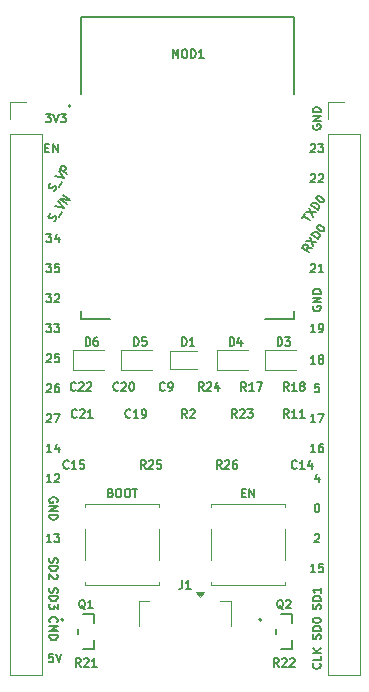
<source format=gbr>
%TF.GenerationSoftware,KiCad,Pcbnew,9.0.5*%
%TF.CreationDate,2025-10-26T01:34:21+08:00*%
%TF.ProjectId,KiCAD_Proj (ESP32),4b694341-445f-4507-926f-6a2028455350,rev?*%
%TF.SameCoordinates,Original*%
%TF.FileFunction,Legend,Top*%
%TF.FilePolarity,Positive*%
%FSLAX46Y46*%
G04 Gerber Fmt 4.6, Leading zero omitted, Abs format (unit mm)*
G04 Created by KiCad (PCBNEW 9.0.5) date 2025-10-26 01:34:21*
%MOMM*%
%LPD*%
G01*
G04 APERTURE LIST*
%ADD10C,0.175000*%
%ADD11C,0.150000*%
%ADD12C,0.120000*%
%ADD13C,0.127000*%
%ADD14C,0.200000*%
G04 APERTURE END LIST*
D10*
X135577333Y-92324733D02*
X136010666Y-92324733D01*
X136010666Y-92324733D02*
X135777333Y-92591400D01*
X135777333Y-92591400D02*
X135877333Y-92591400D01*
X135877333Y-92591400D02*
X135943999Y-92624733D01*
X135943999Y-92624733D02*
X135977333Y-92658066D01*
X135977333Y-92658066D02*
X136010666Y-92724733D01*
X136010666Y-92724733D02*
X136010666Y-92891400D01*
X136010666Y-92891400D02*
X135977333Y-92958066D01*
X135977333Y-92958066D02*
X135943999Y-92991400D01*
X135943999Y-92991400D02*
X135877333Y-93024733D01*
X135877333Y-93024733D02*
X135677333Y-93024733D01*
X135677333Y-93024733D02*
X135610666Y-92991400D01*
X135610666Y-92991400D02*
X135577333Y-92958066D01*
X136244000Y-92324733D02*
X136677333Y-92324733D01*
X136677333Y-92324733D02*
X136444000Y-92591400D01*
X136444000Y-92591400D02*
X136544000Y-92591400D01*
X136544000Y-92591400D02*
X136610666Y-92624733D01*
X136610666Y-92624733D02*
X136644000Y-92658066D01*
X136644000Y-92658066D02*
X136677333Y-92724733D01*
X136677333Y-92724733D02*
X136677333Y-92891400D01*
X136677333Y-92891400D02*
X136644000Y-92958066D01*
X136644000Y-92958066D02*
X136610666Y-92991400D01*
X136610666Y-92991400D02*
X136544000Y-93024733D01*
X136544000Y-93024733D02*
X136344000Y-93024733D01*
X136344000Y-93024733D02*
X136277333Y-92991400D01*
X136277333Y-92991400D02*
X136244000Y-92958066D01*
X135610666Y-94931400D02*
X135643999Y-94898066D01*
X135643999Y-94898066D02*
X135710666Y-94864733D01*
X135710666Y-94864733D02*
X135877333Y-94864733D01*
X135877333Y-94864733D02*
X135943999Y-94898066D01*
X135943999Y-94898066D02*
X135977333Y-94931400D01*
X135977333Y-94931400D02*
X136010666Y-94998066D01*
X136010666Y-94998066D02*
X136010666Y-95064733D01*
X136010666Y-95064733D02*
X135977333Y-95164733D01*
X135977333Y-95164733D02*
X135577333Y-95564733D01*
X135577333Y-95564733D02*
X136010666Y-95564733D01*
X136644000Y-94864733D02*
X136310666Y-94864733D01*
X136310666Y-94864733D02*
X136277333Y-95198066D01*
X136277333Y-95198066D02*
X136310666Y-95164733D01*
X136310666Y-95164733D02*
X136377333Y-95131400D01*
X136377333Y-95131400D02*
X136544000Y-95131400D01*
X136544000Y-95131400D02*
X136610666Y-95164733D01*
X136610666Y-95164733D02*
X136644000Y-95198066D01*
X136644000Y-95198066D02*
X136677333Y-95264733D01*
X136677333Y-95264733D02*
X136677333Y-95431400D01*
X136677333Y-95431400D02*
X136644000Y-95498066D01*
X136644000Y-95498066D02*
X136610666Y-95531400D01*
X136610666Y-95531400D02*
X136544000Y-95564733D01*
X136544000Y-95564733D02*
X136377333Y-95564733D01*
X136377333Y-95564733D02*
X136310666Y-95531400D01*
X136310666Y-95531400D02*
X136277333Y-95498066D01*
X135577333Y-87244733D02*
X136010666Y-87244733D01*
X136010666Y-87244733D02*
X135777333Y-87511400D01*
X135777333Y-87511400D02*
X135877333Y-87511400D01*
X135877333Y-87511400D02*
X135943999Y-87544733D01*
X135943999Y-87544733D02*
X135977333Y-87578066D01*
X135977333Y-87578066D02*
X136010666Y-87644733D01*
X136010666Y-87644733D02*
X136010666Y-87811400D01*
X136010666Y-87811400D02*
X135977333Y-87878066D01*
X135977333Y-87878066D02*
X135943999Y-87911400D01*
X135943999Y-87911400D02*
X135877333Y-87944733D01*
X135877333Y-87944733D02*
X135677333Y-87944733D01*
X135677333Y-87944733D02*
X135610666Y-87911400D01*
X135610666Y-87911400D02*
X135577333Y-87878066D01*
X136644000Y-87244733D02*
X136310666Y-87244733D01*
X136310666Y-87244733D02*
X136277333Y-87578066D01*
X136277333Y-87578066D02*
X136310666Y-87544733D01*
X136310666Y-87544733D02*
X136377333Y-87511400D01*
X136377333Y-87511400D02*
X136544000Y-87511400D01*
X136544000Y-87511400D02*
X136610666Y-87544733D01*
X136610666Y-87544733D02*
X136644000Y-87578066D01*
X136644000Y-87578066D02*
X136677333Y-87644733D01*
X136677333Y-87644733D02*
X136677333Y-87811400D01*
X136677333Y-87811400D02*
X136644000Y-87878066D01*
X136644000Y-87878066D02*
X136610666Y-87911400D01*
X136610666Y-87911400D02*
X136544000Y-87944733D01*
X136544000Y-87944733D02*
X136377333Y-87944733D01*
X136377333Y-87944733D02*
X136310666Y-87911400D01*
X136310666Y-87911400D02*
X136277333Y-87878066D01*
X158777400Y-118993333D02*
X158810733Y-118893333D01*
X158810733Y-118893333D02*
X158810733Y-118726667D01*
X158810733Y-118726667D02*
X158777400Y-118660000D01*
X158777400Y-118660000D02*
X158744066Y-118626667D01*
X158744066Y-118626667D02*
X158677400Y-118593333D01*
X158677400Y-118593333D02*
X158610733Y-118593333D01*
X158610733Y-118593333D02*
X158544066Y-118626667D01*
X158544066Y-118626667D02*
X158510733Y-118660000D01*
X158510733Y-118660000D02*
X158477400Y-118726667D01*
X158477400Y-118726667D02*
X158444066Y-118860000D01*
X158444066Y-118860000D02*
X158410733Y-118926667D01*
X158410733Y-118926667D02*
X158377400Y-118960000D01*
X158377400Y-118960000D02*
X158310733Y-118993333D01*
X158310733Y-118993333D02*
X158244066Y-118993333D01*
X158244066Y-118993333D02*
X158177400Y-118960000D01*
X158177400Y-118960000D02*
X158144066Y-118926667D01*
X158144066Y-118926667D02*
X158110733Y-118860000D01*
X158110733Y-118860000D02*
X158110733Y-118693333D01*
X158110733Y-118693333D02*
X158144066Y-118593333D01*
X158810733Y-118293333D02*
X158110733Y-118293333D01*
X158110733Y-118293333D02*
X158110733Y-118126666D01*
X158110733Y-118126666D02*
X158144066Y-118026666D01*
X158144066Y-118026666D02*
X158210733Y-117960000D01*
X158210733Y-117960000D02*
X158277400Y-117926666D01*
X158277400Y-117926666D02*
X158410733Y-117893333D01*
X158410733Y-117893333D02*
X158510733Y-117893333D01*
X158510733Y-117893333D02*
X158644066Y-117926666D01*
X158644066Y-117926666D02*
X158710733Y-117960000D01*
X158710733Y-117960000D02*
X158777400Y-118026666D01*
X158777400Y-118026666D02*
X158810733Y-118126666D01*
X158810733Y-118126666D02*
X158810733Y-118293333D01*
X158110733Y-117460000D02*
X158110733Y-117393333D01*
X158110733Y-117393333D02*
X158144066Y-117326666D01*
X158144066Y-117326666D02*
X158177400Y-117293333D01*
X158177400Y-117293333D02*
X158244066Y-117260000D01*
X158244066Y-117260000D02*
X158377400Y-117226666D01*
X158377400Y-117226666D02*
X158544066Y-117226666D01*
X158544066Y-117226666D02*
X158677400Y-117260000D01*
X158677400Y-117260000D02*
X158744066Y-117293333D01*
X158744066Y-117293333D02*
X158777400Y-117326666D01*
X158777400Y-117326666D02*
X158810733Y-117393333D01*
X158810733Y-117393333D02*
X158810733Y-117460000D01*
X158810733Y-117460000D02*
X158777400Y-117526666D01*
X158777400Y-117526666D02*
X158744066Y-117560000D01*
X158744066Y-117560000D02*
X158677400Y-117593333D01*
X158677400Y-117593333D02*
X158544066Y-117626666D01*
X158544066Y-117626666D02*
X158377400Y-117626666D01*
X158377400Y-117626666D02*
X158244066Y-117593333D01*
X158244066Y-117593333D02*
X158177400Y-117560000D01*
X158177400Y-117560000D02*
X158144066Y-117526666D01*
X158144066Y-117526666D02*
X158110733Y-117460000D01*
X158629333Y-105258066D02*
X158629333Y-105724733D01*
X158462667Y-104991400D02*
X158296000Y-105491400D01*
X158296000Y-105491400D02*
X158729333Y-105491400D01*
X135577333Y-89784733D02*
X136010666Y-89784733D01*
X136010666Y-89784733D02*
X135777333Y-90051400D01*
X135777333Y-90051400D02*
X135877333Y-90051400D01*
X135877333Y-90051400D02*
X135943999Y-90084733D01*
X135943999Y-90084733D02*
X135977333Y-90118066D01*
X135977333Y-90118066D02*
X136010666Y-90184733D01*
X136010666Y-90184733D02*
X136010666Y-90351400D01*
X136010666Y-90351400D02*
X135977333Y-90418066D01*
X135977333Y-90418066D02*
X135943999Y-90451400D01*
X135943999Y-90451400D02*
X135877333Y-90484733D01*
X135877333Y-90484733D02*
X135677333Y-90484733D01*
X135677333Y-90484733D02*
X135610666Y-90451400D01*
X135610666Y-90451400D02*
X135577333Y-90418066D01*
X136277333Y-89851400D02*
X136310666Y-89818066D01*
X136310666Y-89818066D02*
X136377333Y-89784733D01*
X136377333Y-89784733D02*
X136544000Y-89784733D01*
X136544000Y-89784733D02*
X136610666Y-89818066D01*
X136610666Y-89818066D02*
X136644000Y-89851400D01*
X136644000Y-89851400D02*
X136677333Y-89918066D01*
X136677333Y-89918066D02*
X136677333Y-89984733D01*
X136677333Y-89984733D02*
X136644000Y-90084733D01*
X136644000Y-90084733D02*
X136244000Y-90484733D01*
X136244000Y-90484733D02*
X136677333Y-90484733D01*
X136137667Y-120264733D02*
X135804333Y-120264733D01*
X135804333Y-120264733D02*
X135771000Y-120598066D01*
X135771000Y-120598066D02*
X135804333Y-120564733D01*
X135804333Y-120564733D02*
X135871000Y-120531400D01*
X135871000Y-120531400D02*
X136037667Y-120531400D01*
X136037667Y-120531400D02*
X136104333Y-120564733D01*
X136104333Y-120564733D02*
X136137667Y-120598066D01*
X136137667Y-120598066D02*
X136171000Y-120664733D01*
X136171000Y-120664733D02*
X136171000Y-120831400D01*
X136171000Y-120831400D02*
X136137667Y-120898066D01*
X136137667Y-120898066D02*
X136104333Y-120931400D01*
X136104333Y-120931400D02*
X136037667Y-120964733D01*
X136037667Y-120964733D02*
X135871000Y-120964733D01*
X135871000Y-120964733D02*
X135804333Y-120931400D01*
X135804333Y-120931400D02*
X135771000Y-120898066D01*
X136371000Y-120264733D02*
X136604334Y-120964733D01*
X136604334Y-120964733D02*
X136837667Y-120264733D01*
X158144066Y-90830332D02*
X158110733Y-90896999D01*
X158110733Y-90896999D02*
X158110733Y-90996999D01*
X158110733Y-90996999D02*
X158144066Y-91096999D01*
X158144066Y-91096999D02*
X158210733Y-91163666D01*
X158210733Y-91163666D02*
X158277400Y-91196999D01*
X158277400Y-91196999D02*
X158410733Y-91230332D01*
X158410733Y-91230332D02*
X158510733Y-91230332D01*
X158510733Y-91230332D02*
X158644066Y-91196999D01*
X158644066Y-91196999D02*
X158710733Y-91163666D01*
X158710733Y-91163666D02*
X158777400Y-91096999D01*
X158777400Y-91096999D02*
X158810733Y-90996999D01*
X158810733Y-90996999D02*
X158810733Y-90930332D01*
X158810733Y-90930332D02*
X158777400Y-90830332D01*
X158777400Y-90830332D02*
X158744066Y-90796999D01*
X158744066Y-90796999D02*
X158510733Y-90796999D01*
X158510733Y-90796999D02*
X158510733Y-90930332D01*
X158810733Y-90496999D02*
X158110733Y-90496999D01*
X158110733Y-90496999D02*
X158810733Y-90096999D01*
X158810733Y-90096999D02*
X158110733Y-90096999D01*
X158810733Y-89763666D02*
X158110733Y-89763666D01*
X158110733Y-89763666D02*
X158110733Y-89596999D01*
X158110733Y-89596999D02*
X158144066Y-89496999D01*
X158144066Y-89496999D02*
X158210733Y-89430333D01*
X158210733Y-89430333D02*
X158277400Y-89396999D01*
X158277400Y-89396999D02*
X158410733Y-89363666D01*
X158410733Y-89363666D02*
X158510733Y-89363666D01*
X158510733Y-89363666D02*
X158644066Y-89396999D01*
X158644066Y-89396999D02*
X158710733Y-89430333D01*
X158710733Y-89430333D02*
X158777400Y-89496999D01*
X158777400Y-89496999D02*
X158810733Y-89596999D01*
X158810733Y-89596999D02*
X158810733Y-89763666D01*
X157962666Y-77151400D02*
X157995999Y-77118066D01*
X157995999Y-77118066D02*
X158062666Y-77084733D01*
X158062666Y-77084733D02*
X158229333Y-77084733D01*
X158229333Y-77084733D02*
X158295999Y-77118066D01*
X158295999Y-77118066D02*
X158329333Y-77151400D01*
X158329333Y-77151400D02*
X158362666Y-77218066D01*
X158362666Y-77218066D02*
X158362666Y-77284733D01*
X158362666Y-77284733D02*
X158329333Y-77384733D01*
X158329333Y-77384733D02*
X157929333Y-77784733D01*
X157929333Y-77784733D02*
X158362666Y-77784733D01*
X158596000Y-77084733D02*
X159029333Y-77084733D01*
X159029333Y-77084733D02*
X158796000Y-77351400D01*
X158796000Y-77351400D02*
X158896000Y-77351400D01*
X158896000Y-77351400D02*
X158962666Y-77384733D01*
X158962666Y-77384733D02*
X158996000Y-77418066D01*
X158996000Y-77418066D02*
X159029333Y-77484733D01*
X159029333Y-77484733D02*
X159029333Y-77651400D01*
X159029333Y-77651400D02*
X158996000Y-77718066D01*
X158996000Y-77718066D02*
X158962666Y-77751400D01*
X158962666Y-77751400D02*
X158896000Y-77784733D01*
X158896000Y-77784733D02*
X158696000Y-77784733D01*
X158696000Y-77784733D02*
X158629333Y-77751400D01*
X158629333Y-77751400D02*
X158596000Y-77718066D01*
X136232456Y-83639776D02*
X136317119Y-83576980D01*
X136317119Y-83576980D02*
X136412715Y-83440454D01*
X136412715Y-83440454D02*
X136423648Y-83366725D01*
X136423648Y-83366725D02*
X136415462Y-83320301D01*
X136415462Y-83320301D02*
X136379971Y-83254757D01*
X136379971Y-83254757D02*
X136325361Y-83216519D01*
X136325361Y-83216519D02*
X136251632Y-83205585D01*
X136251632Y-83205585D02*
X136205208Y-83213771D01*
X136205208Y-83213771D02*
X136139664Y-83249262D01*
X136139664Y-83249262D02*
X136035882Y-83339363D01*
X136035882Y-83339363D02*
X135970339Y-83374854D01*
X135970339Y-83374854D02*
X135923914Y-83383040D01*
X135923914Y-83383040D02*
X135850185Y-83372107D01*
X135850185Y-83372107D02*
X135795575Y-83333868D01*
X135795575Y-83333868D02*
X135760084Y-83268325D01*
X135760084Y-83268325D02*
X135751898Y-83221900D01*
X135751898Y-83221900D02*
X135762831Y-83148171D01*
X135762831Y-83148171D02*
X135858428Y-83011646D01*
X135858428Y-83011646D02*
X135943090Y-82948850D01*
X136620279Y-83260252D02*
X136926186Y-82823371D01*
X136336408Y-82329019D02*
X137043649Y-82539387D01*
X137043649Y-82539387D02*
X136604077Y-81946748D01*
X137311318Y-82157116D02*
X136737911Y-81755613D01*
X136737911Y-81755613D02*
X137540748Y-81829455D01*
X137540748Y-81829455D02*
X136967342Y-81427952D01*
X135862600Y-114686666D02*
X135829266Y-114786666D01*
X135829266Y-114786666D02*
X135829266Y-114953333D01*
X135829266Y-114953333D02*
X135862600Y-115019999D01*
X135862600Y-115019999D02*
X135895933Y-115053333D01*
X135895933Y-115053333D02*
X135962600Y-115086666D01*
X135962600Y-115086666D02*
X136029266Y-115086666D01*
X136029266Y-115086666D02*
X136095933Y-115053333D01*
X136095933Y-115053333D02*
X136129266Y-115019999D01*
X136129266Y-115019999D02*
X136162600Y-114953333D01*
X136162600Y-114953333D02*
X136195933Y-114819999D01*
X136195933Y-114819999D02*
X136229266Y-114753333D01*
X136229266Y-114753333D02*
X136262600Y-114719999D01*
X136262600Y-114719999D02*
X136329266Y-114686666D01*
X136329266Y-114686666D02*
X136395933Y-114686666D01*
X136395933Y-114686666D02*
X136462600Y-114719999D01*
X136462600Y-114719999D02*
X136495933Y-114753333D01*
X136495933Y-114753333D02*
X136529266Y-114819999D01*
X136529266Y-114819999D02*
X136529266Y-114986666D01*
X136529266Y-114986666D02*
X136495933Y-115086666D01*
X135829266Y-115386666D02*
X136529266Y-115386666D01*
X136529266Y-115386666D02*
X136529266Y-115553333D01*
X136529266Y-115553333D02*
X136495933Y-115653333D01*
X136495933Y-115653333D02*
X136429266Y-115720000D01*
X136429266Y-115720000D02*
X136362600Y-115753333D01*
X136362600Y-115753333D02*
X136229266Y-115786666D01*
X136229266Y-115786666D02*
X136129266Y-115786666D01*
X136129266Y-115786666D02*
X135995933Y-115753333D01*
X135995933Y-115753333D02*
X135929266Y-115720000D01*
X135929266Y-115720000D02*
X135862600Y-115653333D01*
X135862600Y-115653333D02*
X135829266Y-115553333D01*
X135829266Y-115553333D02*
X135829266Y-115386666D01*
X136529266Y-116020000D02*
X136529266Y-116453333D01*
X136529266Y-116453333D02*
X136262600Y-116220000D01*
X136262600Y-116220000D02*
X136262600Y-116320000D01*
X136262600Y-116320000D02*
X136229266Y-116386666D01*
X136229266Y-116386666D02*
X136195933Y-116420000D01*
X136195933Y-116420000D02*
X136129266Y-116453333D01*
X136129266Y-116453333D02*
X135962600Y-116453333D01*
X135962600Y-116453333D02*
X135895933Y-116420000D01*
X135895933Y-116420000D02*
X135862600Y-116386666D01*
X135862600Y-116386666D02*
X135829266Y-116320000D01*
X135829266Y-116320000D02*
X135829266Y-116120000D01*
X135829266Y-116120000D02*
X135862600Y-116053333D01*
X135862600Y-116053333D02*
X135895933Y-116020000D01*
X158362666Y-93024733D02*
X157962666Y-93024733D01*
X158162666Y-93024733D02*
X158162666Y-92324733D01*
X158162666Y-92324733D02*
X158095999Y-92424733D01*
X158095999Y-92424733D02*
X158029333Y-92491400D01*
X158029333Y-92491400D02*
X157962666Y-92524733D01*
X158696000Y-93024733D02*
X158829333Y-93024733D01*
X158829333Y-93024733D02*
X158896000Y-92991400D01*
X158896000Y-92991400D02*
X158929333Y-92958066D01*
X158929333Y-92958066D02*
X158996000Y-92858066D01*
X158996000Y-92858066D02*
X159029333Y-92724733D01*
X159029333Y-92724733D02*
X159029333Y-92458066D01*
X159029333Y-92458066D02*
X158996000Y-92391400D01*
X158996000Y-92391400D02*
X158962666Y-92358066D01*
X158962666Y-92358066D02*
X158896000Y-92324733D01*
X158896000Y-92324733D02*
X158762666Y-92324733D01*
X158762666Y-92324733D02*
X158696000Y-92358066D01*
X158696000Y-92358066D02*
X158662666Y-92391400D01*
X158662666Y-92391400D02*
X158629333Y-92458066D01*
X158629333Y-92458066D02*
X158629333Y-92624733D01*
X158629333Y-92624733D02*
X158662666Y-92691400D01*
X158662666Y-92691400D02*
X158696000Y-92724733D01*
X158696000Y-92724733D02*
X158762666Y-92758066D01*
X158762666Y-92758066D02*
X158896000Y-92758066D01*
X158896000Y-92758066D02*
X158962666Y-92724733D01*
X158962666Y-92724733D02*
X158996000Y-92691400D01*
X158996000Y-92691400D02*
X159029333Y-92624733D01*
X157962666Y-87311400D02*
X157995999Y-87278066D01*
X157995999Y-87278066D02*
X158062666Y-87244733D01*
X158062666Y-87244733D02*
X158229333Y-87244733D01*
X158229333Y-87244733D02*
X158295999Y-87278066D01*
X158295999Y-87278066D02*
X158329333Y-87311400D01*
X158329333Y-87311400D02*
X158362666Y-87378066D01*
X158362666Y-87378066D02*
X158362666Y-87444733D01*
X158362666Y-87444733D02*
X158329333Y-87544733D01*
X158329333Y-87544733D02*
X157929333Y-87944733D01*
X157929333Y-87944733D02*
X158362666Y-87944733D01*
X159029333Y-87944733D02*
X158629333Y-87944733D01*
X158829333Y-87944733D02*
X158829333Y-87244733D01*
X158829333Y-87244733D02*
X158762666Y-87344733D01*
X158762666Y-87344733D02*
X158696000Y-87411400D01*
X158696000Y-87411400D02*
X158629333Y-87444733D01*
X136010666Y-103184733D02*
X135610666Y-103184733D01*
X135810666Y-103184733D02*
X135810666Y-102484733D01*
X135810666Y-102484733D02*
X135743999Y-102584733D01*
X135743999Y-102584733D02*
X135677333Y-102651400D01*
X135677333Y-102651400D02*
X135610666Y-102684733D01*
X136610666Y-102718066D02*
X136610666Y-103184733D01*
X136444000Y-102451400D02*
X136277333Y-102951400D01*
X136277333Y-102951400D02*
X136710666Y-102951400D01*
X158362666Y-100644733D02*
X157962666Y-100644733D01*
X158162666Y-100644733D02*
X158162666Y-99944733D01*
X158162666Y-99944733D02*
X158095999Y-100044733D01*
X158095999Y-100044733D02*
X158029333Y-100111400D01*
X158029333Y-100111400D02*
X157962666Y-100144733D01*
X158596000Y-99944733D02*
X159062666Y-99944733D01*
X159062666Y-99944733D02*
X158762666Y-100644733D01*
X158362666Y-95691733D02*
X157962666Y-95691733D01*
X158162666Y-95691733D02*
X158162666Y-94991733D01*
X158162666Y-94991733D02*
X158095999Y-95091733D01*
X158095999Y-95091733D02*
X158029333Y-95158400D01*
X158029333Y-95158400D02*
X157962666Y-95191733D01*
X158762666Y-95291733D02*
X158696000Y-95258400D01*
X158696000Y-95258400D02*
X158662666Y-95225066D01*
X158662666Y-95225066D02*
X158629333Y-95158400D01*
X158629333Y-95158400D02*
X158629333Y-95125066D01*
X158629333Y-95125066D02*
X158662666Y-95058400D01*
X158662666Y-95058400D02*
X158696000Y-95025066D01*
X158696000Y-95025066D02*
X158762666Y-94991733D01*
X158762666Y-94991733D02*
X158896000Y-94991733D01*
X158896000Y-94991733D02*
X158962666Y-95025066D01*
X158962666Y-95025066D02*
X158996000Y-95058400D01*
X158996000Y-95058400D02*
X159029333Y-95125066D01*
X159029333Y-95125066D02*
X159029333Y-95158400D01*
X159029333Y-95158400D02*
X158996000Y-95225066D01*
X158996000Y-95225066D02*
X158962666Y-95258400D01*
X158962666Y-95258400D02*
X158896000Y-95291733D01*
X158896000Y-95291733D02*
X158762666Y-95291733D01*
X158762666Y-95291733D02*
X158696000Y-95325066D01*
X158696000Y-95325066D02*
X158662666Y-95358400D01*
X158662666Y-95358400D02*
X158629333Y-95425066D01*
X158629333Y-95425066D02*
X158629333Y-95558400D01*
X158629333Y-95558400D02*
X158662666Y-95625066D01*
X158662666Y-95625066D02*
X158696000Y-95658400D01*
X158696000Y-95658400D02*
X158762666Y-95691733D01*
X158762666Y-95691733D02*
X158896000Y-95691733D01*
X158896000Y-95691733D02*
X158962666Y-95658400D01*
X158962666Y-95658400D02*
X158996000Y-95625066D01*
X158996000Y-95625066D02*
X159029333Y-95558400D01*
X159029333Y-95558400D02*
X159029333Y-95425066D01*
X159029333Y-95425066D02*
X158996000Y-95358400D01*
X158996000Y-95358400D02*
X158962666Y-95325066D01*
X158962666Y-95325066D02*
X158896000Y-95291733D01*
X136010666Y-105724733D02*
X135610666Y-105724733D01*
X135810666Y-105724733D02*
X135810666Y-105024733D01*
X135810666Y-105024733D02*
X135743999Y-105124733D01*
X135743999Y-105124733D02*
X135677333Y-105191400D01*
X135677333Y-105191400D02*
X135610666Y-105224733D01*
X136277333Y-105091400D02*
X136310666Y-105058066D01*
X136310666Y-105058066D02*
X136377333Y-105024733D01*
X136377333Y-105024733D02*
X136544000Y-105024733D01*
X136544000Y-105024733D02*
X136610666Y-105058066D01*
X136610666Y-105058066D02*
X136644000Y-105091400D01*
X136644000Y-105091400D02*
X136677333Y-105158066D01*
X136677333Y-105158066D02*
X136677333Y-105224733D01*
X136677333Y-105224733D02*
X136644000Y-105324733D01*
X136644000Y-105324733D02*
X136244000Y-105724733D01*
X136244000Y-105724733D02*
X136677333Y-105724733D01*
X136242015Y-81086124D02*
X136326678Y-81023328D01*
X136326678Y-81023328D02*
X136422274Y-80886802D01*
X136422274Y-80886802D02*
X136433207Y-80813073D01*
X136433207Y-80813073D02*
X136425021Y-80766649D01*
X136425021Y-80766649D02*
X136389531Y-80701105D01*
X136389531Y-80701105D02*
X136334920Y-80662867D01*
X136334920Y-80662867D02*
X136261191Y-80651933D01*
X136261191Y-80651933D02*
X136214767Y-80660119D01*
X136214767Y-80660119D02*
X136149223Y-80695610D01*
X136149223Y-80695610D02*
X136045441Y-80785711D01*
X136045441Y-80785711D02*
X135979898Y-80821202D01*
X135979898Y-80821202D02*
X135933474Y-80829388D01*
X135933474Y-80829388D02*
X135859744Y-80818455D01*
X135859744Y-80818455D02*
X135805134Y-80780216D01*
X135805134Y-80780216D02*
X135769643Y-80714673D01*
X135769643Y-80714673D02*
X135761457Y-80668248D01*
X135761457Y-80668248D02*
X135772391Y-80594519D01*
X135772391Y-80594519D02*
X135867987Y-80457994D01*
X135867987Y-80457994D02*
X135952649Y-80395198D01*
X136629838Y-80706600D02*
X136935745Y-80269719D01*
X136345967Y-79775367D02*
X137053208Y-79985735D01*
X137053208Y-79985735D02*
X136613636Y-79393096D01*
X137320877Y-79603464D02*
X136747471Y-79201961D01*
X136747471Y-79201961D02*
X136900424Y-78983520D01*
X136900424Y-78983520D02*
X136965968Y-78948029D01*
X136965968Y-78948029D02*
X137012392Y-78939843D01*
X137012392Y-78939843D02*
X137086121Y-78950777D01*
X137086121Y-78950777D02*
X137168037Y-79008134D01*
X137168037Y-79008134D02*
X137203528Y-79073678D01*
X137203528Y-79073678D02*
X137211713Y-79120102D01*
X137211713Y-79120102D02*
X137200780Y-79193831D01*
X137200780Y-79193831D02*
X137047826Y-79412272D01*
X158662667Y-97404733D02*
X158329333Y-97404733D01*
X158329333Y-97404733D02*
X158296000Y-97738066D01*
X158296000Y-97738066D02*
X158329333Y-97704733D01*
X158329333Y-97704733D02*
X158396000Y-97671400D01*
X158396000Y-97671400D02*
X158562667Y-97671400D01*
X158562667Y-97671400D02*
X158629333Y-97704733D01*
X158629333Y-97704733D02*
X158662667Y-97738066D01*
X158662667Y-97738066D02*
X158696000Y-97804733D01*
X158696000Y-97804733D02*
X158696000Y-97971400D01*
X158696000Y-97971400D02*
X158662667Y-98038066D01*
X158662667Y-98038066D02*
X158629333Y-98071400D01*
X158629333Y-98071400D02*
X158562667Y-98104733D01*
X158562667Y-98104733D02*
X158396000Y-98104733D01*
X158396000Y-98104733D02*
X158329333Y-98071400D01*
X158329333Y-98071400D02*
X158296000Y-98038066D01*
X135531333Y-74544733D02*
X135964666Y-74544733D01*
X135964666Y-74544733D02*
X135731333Y-74811400D01*
X135731333Y-74811400D02*
X135831333Y-74811400D01*
X135831333Y-74811400D02*
X135897999Y-74844733D01*
X135897999Y-74844733D02*
X135931333Y-74878066D01*
X135931333Y-74878066D02*
X135964666Y-74944733D01*
X135964666Y-74944733D02*
X135964666Y-75111400D01*
X135964666Y-75111400D02*
X135931333Y-75178066D01*
X135931333Y-75178066D02*
X135897999Y-75211400D01*
X135897999Y-75211400D02*
X135831333Y-75244733D01*
X135831333Y-75244733D02*
X135631333Y-75244733D01*
X135631333Y-75244733D02*
X135564666Y-75211400D01*
X135564666Y-75211400D02*
X135531333Y-75178066D01*
X136164666Y-74544733D02*
X136398000Y-75244733D01*
X136398000Y-75244733D02*
X136631333Y-74544733D01*
X136798000Y-74544733D02*
X137231333Y-74544733D01*
X137231333Y-74544733D02*
X136998000Y-74811400D01*
X136998000Y-74811400D02*
X137098000Y-74811400D01*
X137098000Y-74811400D02*
X137164666Y-74844733D01*
X137164666Y-74844733D02*
X137198000Y-74878066D01*
X137198000Y-74878066D02*
X137231333Y-74944733D01*
X137231333Y-74944733D02*
X137231333Y-75111400D01*
X137231333Y-75111400D02*
X137198000Y-75178066D01*
X137198000Y-75178066D02*
X137164666Y-75211400D01*
X137164666Y-75211400D02*
X137098000Y-75244733D01*
X137098000Y-75244733D02*
X136898000Y-75244733D01*
X136898000Y-75244733D02*
X136831333Y-75211400D01*
X136831333Y-75211400D02*
X136798000Y-75178066D01*
X135610666Y-100011400D02*
X135643999Y-99978066D01*
X135643999Y-99978066D02*
X135710666Y-99944733D01*
X135710666Y-99944733D02*
X135877333Y-99944733D01*
X135877333Y-99944733D02*
X135943999Y-99978066D01*
X135943999Y-99978066D02*
X135977333Y-100011400D01*
X135977333Y-100011400D02*
X136010666Y-100078066D01*
X136010666Y-100078066D02*
X136010666Y-100144733D01*
X136010666Y-100144733D02*
X135977333Y-100244733D01*
X135977333Y-100244733D02*
X135577333Y-100644733D01*
X135577333Y-100644733D02*
X136010666Y-100644733D01*
X136244000Y-99944733D02*
X136710666Y-99944733D01*
X136710666Y-99944733D02*
X136410666Y-100644733D01*
X157228556Y-83325654D02*
X157457987Y-82997994D01*
X157916678Y-83563327D02*
X157343272Y-83161824D01*
X157553583Y-82861468D02*
X158394658Y-82880701D01*
X157821252Y-82479197D02*
X158126989Y-83262972D01*
X158547612Y-82662260D02*
X157974206Y-82260757D01*
X157974206Y-82260757D02*
X158069802Y-82124231D01*
X158069802Y-82124231D02*
X158154465Y-82061435D01*
X158154465Y-82061435D02*
X158247313Y-82045064D01*
X158247313Y-82045064D02*
X158321042Y-82055997D01*
X158321042Y-82055997D02*
X158449382Y-82105169D01*
X158449382Y-82105169D02*
X158531297Y-82162526D01*
X158531297Y-82162526D02*
X158621398Y-82266308D01*
X158621398Y-82266308D02*
X158656889Y-82331852D01*
X158656889Y-82331852D02*
X158673261Y-82424700D01*
X158673261Y-82424700D02*
X158643208Y-82525735D01*
X158643208Y-82525735D02*
X158547612Y-82662260D01*
X158452186Y-81578130D02*
X158490425Y-81523520D01*
X158490425Y-81523520D02*
X158555968Y-81488029D01*
X158555968Y-81488029D02*
X158602392Y-81479843D01*
X158602392Y-81479843D02*
X158676122Y-81490776D01*
X158676122Y-81490776D02*
X158804461Y-81539948D01*
X158804461Y-81539948D02*
X158940987Y-81635544D01*
X158940987Y-81635544D02*
X159031088Y-81739326D01*
X159031088Y-81739326D02*
X159066578Y-81804870D01*
X159066578Y-81804870D02*
X159074764Y-81851294D01*
X159074764Y-81851294D02*
X159063831Y-81925023D01*
X159063831Y-81925023D02*
X159025593Y-81979633D01*
X159025593Y-81979633D02*
X158960049Y-82015124D01*
X158960049Y-82015124D02*
X158913625Y-82023310D01*
X158913625Y-82023310D02*
X158839895Y-82012377D01*
X158839895Y-82012377D02*
X158711556Y-81963205D01*
X158711556Y-81963205D02*
X158575031Y-81867609D01*
X158575031Y-81867609D02*
X158484930Y-81763827D01*
X158484930Y-81763827D02*
X158449439Y-81698284D01*
X158449439Y-81698284D02*
X158441253Y-81651859D01*
X158441253Y-81651859D02*
X158452186Y-81578130D01*
X152137333Y-106599566D02*
X152370667Y-106599566D01*
X152470667Y-106966233D02*
X152137333Y-106966233D01*
X152137333Y-106966233D02*
X152137333Y-106266233D01*
X152137333Y-106266233D02*
X152470667Y-106266233D01*
X152770666Y-106966233D02*
X152770666Y-106266233D01*
X152770666Y-106266233D02*
X153170666Y-106966233D01*
X153170666Y-106966233D02*
X153170666Y-106266233D01*
X158296000Y-110171400D02*
X158329333Y-110138066D01*
X158329333Y-110138066D02*
X158396000Y-110104733D01*
X158396000Y-110104733D02*
X158562667Y-110104733D01*
X158562667Y-110104733D02*
X158629333Y-110138066D01*
X158629333Y-110138066D02*
X158662667Y-110171400D01*
X158662667Y-110171400D02*
X158696000Y-110238066D01*
X158696000Y-110238066D02*
X158696000Y-110304733D01*
X158696000Y-110304733D02*
X158662667Y-110404733D01*
X158662667Y-110404733D02*
X158262667Y-110804733D01*
X158262667Y-110804733D02*
X158696000Y-110804733D01*
X158040953Y-85925845D02*
X157634067Y-85925788D01*
X157811522Y-86253506D02*
X157238116Y-85852002D01*
X157238116Y-85852002D02*
X157391069Y-85633562D01*
X157391069Y-85633562D02*
X157456613Y-85598071D01*
X157456613Y-85598071D02*
X157503037Y-85589885D01*
X157503037Y-85589885D02*
X157576766Y-85600818D01*
X157576766Y-85600818D02*
X157658682Y-85658176D01*
X157658682Y-85658176D02*
X157694173Y-85723720D01*
X157694173Y-85723720D02*
X157702358Y-85770144D01*
X157702358Y-85770144D02*
X157691425Y-85843873D01*
X157691425Y-85843873D02*
X157538471Y-86062314D01*
X157601381Y-85333206D02*
X158442456Y-85352439D01*
X157869050Y-84950935D02*
X158174787Y-85734710D01*
X158595410Y-85133998D02*
X158022004Y-84732494D01*
X158022004Y-84732494D02*
X158117600Y-84595969D01*
X158117600Y-84595969D02*
X158202262Y-84533173D01*
X158202262Y-84533173D02*
X158295111Y-84516801D01*
X158295111Y-84516801D02*
X158368840Y-84527735D01*
X158368840Y-84527735D02*
X158497180Y-84576906D01*
X158497180Y-84576906D02*
X158579095Y-84634264D01*
X158579095Y-84634264D02*
X158669196Y-84738046D01*
X158669196Y-84738046D02*
X158704687Y-84803589D01*
X158704687Y-84803589D02*
X158721059Y-84896438D01*
X158721059Y-84896438D02*
X158691006Y-84997472D01*
X158691006Y-84997472D02*
X158595410Y-85133998D01*
X158499984Y-84049868D02*
X158538222Y-83995257D01*
X158538222Y-83995257D02*
X158603766Y-83959767D01*
X158603766Y-83959767D02*
X158650190Y-83951581D01*
X158650190Y-83951581D02*
X158723920Y-83962514D01*
X158723920Y-83962514D02*
X158852259Y-84011686D01*
X158852259Y-84011686D02*
X158988784Y-84107282D01*
X158988784Y-84107282D02*
X159078885Y-84211064D01*
X159078885Y-84211064D02*
X159114376Y-84276607D01*
X159114376Y-84276607D02*
X159122562Y-84323032D01*
X159122562Y-84323032D02*
X159111629Y-84396761D01*
X159111629Y-84396761D02*
X159073390Y-84451371D01*
X159073390Y-84451371D02*
X159007847Y-84486862D01*
X159007847Y-84486862D02*
X158961423Y-84495048D01*
X158961423Y-84495048D02*
X158887693Y-84484114D01*
X158887693Y-84484114D02*
X158759354Y-84434943D01*
X158759354Y-84434943D02*
X158622828Y-84339347D01*
X158622828Y-84339347D02*
X158532727Y-84235565D01*
X158532727Y-84235565D02*
X158497236Y-84170021D01*
X158497236Y-84170021D02*
X158489051Y-84123597D01*
X158489051Y-84123597D02*
X158499984Y-84049868D01*
X135610666Y-97471400D02*
X135643999Y-97438066D01*
X135643999Y-97438066D02*
X135710666Y-97404733D01*
X135710666Y-97404733D02*
X135877333Y-97404733D01*
X135877333Y-97404733D02*
X135943999Y-97438066D01*
X135943999Y-97438066D02*
X135977333Y-97471400D01*
X135977333Y-97471400D02*
X136010666Y-97538066D01*
X136010666Y-97538066D02*
X136010666Y-97604733D01*
X136010666Y-97604733D02*
X135977333Y-97704733D01*
X135977333Y-97704733D02*
X135577333Y-98104733D01*
X135577333Y-98104733D02*
X136010666Y-98104733D01*
X136610666Y-97404733D02*
X136477333Y-97404733D01*
X136477333Y-97404733D02*
X136410666Y-97438066D01*
X136410666Y-97438066D02*
X136377333Y-97471400D01*
X136377333Y-97471400D02*
X136310666Y-97571400D01*
X136310666Y-97571400D02*
X136277333Y-97704733D01*
X136277333Y-97704733D02*
X136277333Y-97971400D01*
X136277333Y-97971400D02*
X136310666Y-98038066D01*
X136310666Y-98038066D02*
X136344000Y-98071400D01*
X136344000Y-98071400D02*
X136410666Y-98104733D01*
X136410666Y-98104733D02*
X136544000Y-98104733D01*
X136544000Y-98104733D02*
X136610666Y-98071400D01*
X136610666Y-98071400D02*
X136644000Y-98038066D01*
X136644000Y-98038066D02*
X136677333Y-97971400D01*
X136677333Y-97971400D02*
X136677333Y-97804733D01*
X136677333Y-97804733D02*
X136644000Y-97738066D01*
X136644000Y-97738066D02*
X136610666Y-97704733D01*
X136610666Y-97704733D02*
X136544000Y-97671400D01*
X136544000Y-97671400D02*
X136410666Y-97671400D01*
X136410666Y-97671400D02*
X136344000Y-97704733D01*
X136344000Y-97704733D02*
X136310666Y-97738066D01*
X136310666Y-97738066D02*
X136277333Y-97804733D01*
X158777400Y-116453333D02*
X158810733Y-116353333D01*
X158810733Y-116353333D02*
X158810733Y-116186667D01*
X158810733Y-116186667D02*
X158777400Y-116120000D01*
X158777400Y-116120000D02*
X158744066Y-116086667D01*
X158744066Y-116086667D02*
X158677400Y-116053333D01*
X158677400Y-116053333D02*
X158610733Y-116053333D01*
X158610733Y-116053333D02*
X158544066Y-116086667D01*
X158544066Y-116086667D02*
X158510733Y-116120000D01*
X158510733Y-116120000D02*
X158477400Y-116186667D01*
X158477400Y-116186667D02*
X158444066Y-116320000D01*
X158444066Y-116320000D02*
X158410733Y-116386667D01*
X158410733Y-116386667D02*
X158377400Y-116420000D01*
X158377400Y-116420000D02*
X158310733Y-116453333D01*
X158310733Y-116453333D02*
X158244066Y-116453333D01*
X158244066Y-116453333D02*
X158177400Y-116420000D01*
X158177400Y-116420000D02*
X158144066Y-116386667D01*
X158144066Y-116386667D02*
X158110733Y-116320000D01*
X158110733Y-116320000D02*
X158110733Y-116153333D01*
X158110733Y-116153333D02*
X158144066Y-116053333D01*
X158810733Y-115753333D02*
X158110733Y-115753333D01*
X158110733Y-115753333D02*
X158110733Y-115586666D01*
X158110733Y-115586666D02*
X158144066Y-115486666D01*
X158144066Y-115486666D02*
X158210733Y-115420000D01*
X158210733Y-115420000D02*
X158277400Y-115386666D01*
X158277400Y-115386666D02*
X158410733Y-115353333D01*
X158410733Y-115353333D02*
X158510733Y-115353333D01*
X158510733Y-115353333D02*
X158644066Y-115386666D01*
X158644066Y-115386666D02*
X158710733Y-115420000D01*
X158710733Y-115420000D02*
X158777400Y-115486666D01*
X158777400Y-115486666D02*
X158810733Y-115586666D01*
X158810733Y-115586666D02*
X158810733Y-115753333D01*
X158810733Y-114686666D02*
X158810733Y-115086666D01*
X158810733Y-114886666D02*
X158110733Y-114886666D01*
X158110733Y-114886666D02*
X158210733Y-114953333D01*
X158210733Y-114953333D02*
X158277400Y-115020000D01*
X158277400Y-115020000D02*
X158310733Y-115086666D01*
X158744066Y-121066666D02*
X158777400Y-121099999D01*
X158777400Y-121099999D02*
X158810733Y-121199999D01*
X158810733Y-121199999D02*
X158810733Y-121266666D01*
X158810733Y-121266666D02*
X158777400Y-121366666D01*
X158777400Y-121366666D02*
X158710733Y-121433333D01*
X158710733Y-121433333D02*
X158644066Y-121466666D01*
X158644066Y-121466666D02*
X158510733Y-121499999D01*
X158510733Y-121499999D02*
X158410733Y-121499999D01*
X158410733Y-121499999D02*
X158277400Y-121466666D01*
X158277400Y-121466666D02*
X158210733Y-121433333D01*
X158210733Y-121433333D02*
X158144066Y-121366666D01*
X158144066Y-121366666D02*
X158110733Y-121266666D01*
X158110733Y-121266666D02*
X158110733Y-121199999D01*
X158110733Y-121199999D02*
X158144066Y-121099999D01*
X158144066Y-121099999D02*
X158177400Y-121066666D01*
X158810733Y-120433333D02*
X158810733Y-120766666D01*
X158810733Y-120766666D02*
X158110733Y-120766666D01*
X158810733Y-120199999D02*
X158110733Y-120199999D01*
X158810733Y-119799999D02*
X158410733Y-120099999D01*
X158110733Y-119799999D02*
X158510733Y-120199999D01*
X158144066Y-75463332D02*
X158110733Y-75529999D01*
X158110733Y-75529999D02*
X158110733Y-75629999D01*
X158110733Y-75629999D02*
X158144066Y-75729999D01*
X158144066Y-75729999D02*
X158210733Y-75796666D01*
X158210733Y-75796666D02*
X158277400Y-75829999D01*
X158277400Y-75829999D02*
X158410733Y-75863332D01*
X158410733Y-75863332D02*
X158510733Y-75863332D01*
X158510733Y-75863332D02*
X158644066Y-75829999D01*
X158644066Y-75829999D02*
X158710733Y-75796666D01*
X158710733Y-75796666D02*
X158777400Y-75729999D01*
X158777400Y-75729999D02*
X158810733Y-75629999D01*
X158810733Y-75629999D02*
X158810733Y-75563332D01*
X158810733Y-75563332D02*
X158777400Y-75463332D01*
X158777400Y-75463332D02*
X158744066Y-75429999D01*
X158744066Y-75429999D02*
X158510733Y-75429999D01*
X158510733Y-75429999D02*
X158510733Y-75563332D01*
X158810733Y-75129999D02*
X158110733Y-75129999D01*
X158110733Y-75129999D02*
X158810733Y-74729999D01*
X158810733Y-74729999D02*
X158110733Y-74729999D01*
X158810733Y-74396666D02*
X158110733Y-74396666D01*
X158110733Y-74396666D02*
X158110733Y-74229999D01*
X158110733Y-74229999D02*
X158144066Y-74129999D01*
X158144066Y-74129999D02*
X158210733Y-74063333D01*
X158210733Y-74063333D02*
X158277400Y-74029999D01*
X158277400Y-74029999D02*
X158410733Y-73996666D01*
X158410733Y-73996666D02*
X158510733Y-73996666D01*
X158510733Y-73996666D02*
X158644066Y-74029999D01*
X158644066Y-74029999D02*
X158710733Y-74063333D01*
X158710733Y-74063333D02*
X158777400Y-74129999D01*
X158777400Y-74129999D02*
X158810733Y-74229999D01*
X158810733Y-74229999D02*
X158810733Y-74396666D01*
X135500333Y-77418066D02*
X135733667Y-77418066D01*
X135833667Y-77784733D02*
X135500333Y-77784733D01*
X135500333Y-77784733D02*
X135500333Y-77084733D01*
X135500333Y-77084733D02*
X135833667Y-77084733D01*
X136133666Y-77784733D02*
X136133666Y-77084733D01*
X136133666Y-77084733D02*
X136533666Y-77784733D01*
X136533666Y-77784733D02*
X136533666Y-77084733D01*
X135862600Y-112146666D02*
X135829266Y-112246666D01*
X135829266Y-112246666D02*
X135829266Y-112413333D01*
X135829266Y-112413333D02*
X135862600Y-112479999D01*
X135862600Y-112479999D02*
X135895933Y-112513333D01*
X135895933Y-112513333D02*
X135962600Y-112546666D01*
X135962600Y-112546666D02*
X136029266Y-112546666D01*
X136029266Y-112546666D02*
X136095933Y-112513333D01*
X136095933Y-112513333D02*
X136129266Y-112479999D01*
X136129266Y-112479999D02*
X136162600Y-112413333D01*
X136162600Y-112413333D02*
X136195933Y-112279999D01*
X136195933Y-112279999D02*
X136229266Y-112213333D01*
X136229266Y-112213333D02*
X136262600Y-112179999D01*
X136262600Y-112179999D02*
X136329266Y-112146666D01*
X136329266Y-112146666D02*
X136395933Y-112146666D01*
X136395933Y-112146666D02*
X136462600Y-112179999D01*
X136462600Y-112179999D02*
X136495933Y-112213333D01*
X136495933Y-112213333D02*
X136529266Y-112279999D01*
X136529266Y-112279999D02*
X136529266Y-112446666D01*
X136529266Y-112446666D02*
X136495933Y-112546666D01*
X135829266Y-112846666D02*
X136529266Y-112846666D01*
X136529266Y-112846666D02*
X136529266Y-113013333D01*
X136529266Y-113013333D02*
X136495933Y-113113333D01*
X136495933Y-113113333D02*
X136429266Y-113180000D01*
X136429266Y-113180000D02*
X136362600Y-113213333D01*
X136362600Y-113213333D02*
X136229266Y-113246666D01*
X136229266Y-113246666D02*
X136129266Y-113246666D01*
X136129266Y-113246666D02*
X135995933Y-113213333D01*
X135995933Y-113213333D02*
X135929266Y-113180000D01*
X135929266Y-113180000D02*
X135862600Y-113113333D01*
X135862600Y-113113333D02*
X135829266Y-113013333D01*
X135829266Y-113013333D02*
X135829266Y-112846666D01*
X136462600Y-113513333D02*
X136495933Y-113546666D01*
X136495933Y-113546666D02*
X136529266Y-113613333D01*
X136529266Y-113613333D02*
X136529266Y-113780000D01*
X136529266Y-113780000D02*
X136495933Y-113846666D01*
X136495933Y-113846666D02*
X136462600Y-113880000D01*
X136462600Y-113880000D02*
X136395933Y-113913333D01*
X136395933Y-113913333D02*
X136329266Y-113913333D01*
X136329266Y-113913333D02*
X136229266Y-113880000D01*
X136229266Y-113880000D02*
X135829266Y-113480000D01*
X135829266Y-113480000D02*
X135829266Y-113913333D01*
X158362666Y-113344733D02*
X157962666Y-113344733D01*
X158162666Y-113344733D02*
X158162666Y-112644733D01*
X158162666Y-112644733D02*
X158095999Y-112744733D01*
X158095999Y-112744733D02*
X158029333Y-112811400D01*
X158029333Y-112811400D02*
X157962666Y-112844733D01*
X158996000Y-112644733D02*
X158662666Y-112644733D01*
X158662666Y-112644733D02*
X158629333Y-112978066D01*
X158629333Y-112978066D02*
X158662666Y-112944733D01*
X158662666Y-112944733D02*
X158729333Y-112911400D01*
X158729333Y-112911400D02*
X158896000Y-112911400D01*
X158896000Y-112911400D02*
X158962666Y-112944733D01*
X158962666Y-112944733D02*
X158996000Y-112978066D01*
X158996000Y-112978066D02*
X159029333Y-113044733D01*
X159029333Y-113044733D02*
X159029333Y-113211400D01*
X159029333Y-113211400D02*
X158996000Y-113278066D01*
X158996000Y-113278066D02*
X158962666Y-113311400D01*
X158962666Y-113311400D02*
X158896000Y-113344733D01*
X158896000Y-113344733D02*
X158729333Y-113344733D01*
X158729333Y-113344733D02*
X158662666Y-113311400D01*
X158662666Y-113311400D02*
X158629333Y-113278066D01*
X158462667Y-107564733D02*
X158529333Y-107564733D01*
X158529333Y-107564733D02*
X158596000Y-107598066D01*
X158596000Y-107598066D02*
X158629333Y-107631400D01*
X158629333Y-107631400D02*
X158662667Y-107698066D01*
X158662667Y-107698066D02*
X158696000Y-107831400D01*
X158696000Y-107831400D02*
X158696000Y-107998066D01*
X158696000Y-107998066D02*
X158662667Y-108131400D01*
X158662667Y-108131400D02*
X158629333Y-108198066D01*
X158629333Y-108198066D02*
X158596000Y-108231400D01*
X158596000Y-108231400D02*
X158529333Y-108264733D01*
X158529333Y-108264733D02*
X158462667Y-108264733D01*
X158462667Y-108264733D02*
X158396000Y-108231400D01*
X158396000Y-108231400D02*
X158362667Y-108198066D01*
X158362667Y-108198066D02*
X158329333Y-108131400D01*
X158329333Y-108131400D02*
X158296000Y-107998066D01*
X158296000Y-107998066D02*
X158296000Y-107831400D01*
X158296000Y-107831400D02*
X158329333Y-107698066D01*
X158329333Y-107698066D02*
X158362667Y-107631400D01*
X158362667Y-107631400D02*
X158396000Y-107598066D01*
X158396000Y-107598066D02*
X158462667Y-107564733D01*
X158362666Y-103184733D02*
X157962666Y-103184733D01*
X158162666Y-103184733D02*
X158162666Y-102484733D01*
X158162666Y-102484733D02*
X158095999Y-102584733D01*
X158095999Y-102584733D02*
X158029333Y-102651400D01*
X158029333Y-102651400D02*
X157962666Y-102684733D01*
X158962666Y-102484733D02*
X158829333Y-102484733D01*
X158829333Y-102484733D02*
X158762666Y-102518066D01*
X158762666Y-102518066D02*
X158729333Y-102551400D01*
X158729333Y-102551400D02*
X158662666Y-102651400D01*
X158662666Y-102651400D02*
X158629333Y-102784733D01*
X158629333Y-102784733D02*
X158629333Y-103051400D01*
X158629333Y-103051400D02*
X158662666Y-103118066D01*
X158662666Y-103118066D02*
X158696000Y-103151400D01*
X158696000Y-103151400D02*
X158762666Y-103184733D01*
X158762666Y-103184733D02*
X158896000Y-103184733D01*
X158896000Y-103184733D02*
X158962666Y-103151400D01*
X158962666Y-103151400D02*
X158996000Y-103118066D01*
X158996000Y-103118066D02*
X159029333Y-103051400D01*
X159029333Y-103051400D02*
X159029333Y-102884733D01*
X159029333Y-102884733D02*
X158996000Y-102818066D01*
X158996000Y-102818066D02*
X158962666Y-102784733D01*
X158962666Y-102784733D02*
X158896000Y-102751400D01*
X158896000Y-102751400D02*
X158762666Y-102751400D01*
X158762666Y-102751400D02*
X158696000Y-102784733D01*
X158696000Y-102784733D02*
X158662666Y-102818066D01*
X158662666Y-102818066D02*
X158629333Y-102884733D01*
X141036001Y-106599566D02*
X141136001Y-106632900D01*
X141136001Y-106632900D02*
X141169334Y-106666233D01*
X141169334Y-106666233D02*
X141202667Y-106732900D01*
X141202667Y-106732900D02*
X141202667Y-106832900D01*
X141202667Y-106832900D02*
X141169334Y-106899566D01*
X141169334Y-106899566D02*
X141136001Y-106932900D01*
X141136001Y-106932900D02*
X141069334Y-106966233D01*
X141069334Y-106966233D02*
X140802667Y-106966233D01*
X140802667Y-106966233D02*
X140802667Y-106266233D01*
X140802667Y-106266233D02*
X141036001Y-106266233D01*
X141036001Y-106266233D02*
X141102667Y-106299566D01*
X141102667Y-106299566D02*
X141136001Y-106332900D01*
X141136001Y-106332900D02*
X141169334Y-106399566D01*
X141169334Y-106399566D02*
X141169334Y-106466233D01*
X141169334Y-106466233D02*
X141136001Y-106532900D01*
X141136001Y-106532900D02*
X141102667Y-106566233D01*
X141102667Y-106566233D02*
X141036001Y-106599566D01*
X141036001Y-106599566D02*
X140802667Y-106599566D01*
X141636001Y-106266233D02*
X141769334Y-106266233D01*
X141769334Y-106266233D02*
X141836001Y-106299566D01*
X141836001Y-106299566D02*
X141902667Y-106366233D01*
X141902667Y-106366233D02*
X141936001Y-106499566D01*
X141936001Y-106499566D02*
X141936001Y-106732900D01*
X141936001Y-106732900D02*
X141902667Y-106866233D01*
X141902667Y-106866233D02*
X141836001Y-106932900D01*
X141836001Y-106932900D02*
X141769334Y-106966233D01*
X141769334Y-106966233D02*
X141636001Y-106966233D01*
X141636001Y-106966233D02*
X141569334Y-106932900D01*
X141569334Y-106932900D02*
X141502667Y-106866233D01*
X141502667Y-106866233D02*
X141469334Y-106732900D01*
X141469334Y-106732900D02*
X141469334Y-106499566D01*
X141469334Y-106499566D02*
X141502667Y-106366233D01*
X141502667Y-106366233D02*
X141569334Y-106299566D01*
X141569334Y-106299566D02*
X141636001Y-106266233D01*
X142369334Y-106266233D02*
X142502667Y-106266233D01*
X142502667Y-106266233D02*
X142569334Y-106299566D01*
X142569334Y-106299566D02*
X142636000Y-106366233D01*
X142636000Y-106366233D02*
X142669334Y-106499566D01*
X142669334Y-106499566D02*
X142669334Y-106732900D01*
X142669334Y-106732900D02*
X142636000Y-106866233D01*
X142636000Y-106866233D02*
X142569334Y-106932900D01*
X142569334Y-106932900D02*
X142502667Y-106966233D01*
X142502667Y-106966233D02*
X142369334Y-106966233D01*
X142369334Y-106966233D02*
X142302667Y-106932900D01*
X142302667Y-106932900D02*
X142236000Y-106866233D01*
X142236000Y-106866233D02*
X142202667Y-106732900D01*
X142202667Y-106732900D02*
X142202667Y-106499566D01*
X142202667Y-106499566D02*
X142236000Y-106366233D01*
X142236000Y-106366233D02*
X142302667Y-106299566D01*
X142302667Y-106299566D02*
X142369334Y-106266233D01*
X142869333Y-106266233D02*
X143269333Y-106266233D01*
X143069333Y-106966233D02*
X143069333Y-106266233D01*
X135895933Y-117576666D02*
X135862600Y-117543333D01*
X135862600Y-117543333D02*
X135829266Y-117443333D01*
X135829266Y-117443333D02*
X135829266Y-117376666D01*
X135829266Y-117376666D02*
X135862600Y-117276666D01*
X135862600Y-117276666D02*
X135929266Y-117210000D01*
X135929266Y-117210000D02*
X135995933Y-117176666D01*
X135995933Y-117176666D02*
X136129266Y-117143333D01*
X136129266Y-117143333D02*
X136229266Y-117143333D01*
X136229266Y-117143333D02*
X136362600Y-117176666D01*
X136362600Y-117176666D02*
X136429266Y-117210000D01*
X136429266Y-117210000D02*
X136495933Y-117276666D01*
X136495933Y-117276666D02*
X136529266Y-117376666D01*
X136529266Y-117376666D02*
X136529266Y-117443333D01*
X136529266Y-117443333D02*
X136495933Y-117543333D01*
X136495933Y-117543333D02*
X136462600Y-117576666D01*
X135829266Y-117876666D02*
X136529266Y-117876666D01*
X136529266Y-117876666D02*
X136029266Y-118110000D01*
X136029266Y-118110000D02*
X136529266Y-118343333D01*
X136529266Y-118343333D02*
X135829266Y-118343333D01*
X135829266Y-118676666D02*
X136529266Y-118676666D01*
X136529266Y-118676666D02*
X136529266Y-118843333D01*
X136529266Y-118843333D02*
X136495933Y-118943333D01*
X136495933Y-118943333D02*
X136429266Y-119010000D01*
X136429266Y-119010000D02*
X136362600Y-119043333D01*
X136362600Y-119043333D02*
X136229266Y-119076666D01*
X136229266Y-119076666D02*
X136129266Y-119076666D01*
X136129266Y-119076666D02*
X135995933Y-119043333D01*
X135995933Y-119043333D02*
X135929266Y-119010000D01*
X135929266Y-119010000D02*
X135862600Y-118943333D01*
X135862600Y-118943333D02*
X135829266Y-118843333D01*
X135829266Y-118843333D02*
X135829266Y-118676666D01*
X136495933Y-107416667D02*
X136529266Y-107350000D01*
X136529266Y-107350000D02*
X136529266Y-107250000D01*
X136529266Y-107250000D02*
X136495933Y-107150000D01*
X136495933Y-107150000D02*
X136429266Y-107083334D01*
X136429266Y-107083334D02*
X136362600Y-107050000D01*
X136362600Y-107050000D02*
X136229266Y-107016667D01*
X136229266Y-107016667D02*
X136129266Y-107016667D01*
X136129266Y-107016667D02*
X135995933Y-107050000D01*
X135995933Y-107050000D02*
X135929266Y-107083334D01*
X135929266Y-107083334D02*
X135862600Y-107150000D01*
X135862600Y-107150000D02*
X135829266Y-107250000D01*
X135829266Y-107250000D02*
X135829266Y-107316667D01*
X135829266Y-107316667D02*
X135862600Y-107416667D01*
X135862600Y-107416667D02*
X135895933Y-107450000D01*
X135895933Y-107450000D02*
X136129266Y-107450000D01*
X136129266Y-107450000D02*
X136129266Y-107316667D01*
X135829266Y-107750000D02*
X136529266Y-107750000D01*
X136529266Y-107750000D02*
X135829266Y-108150000D01*
X135829266Y-108150000D02*
X136529266Y-108150000D01*
X135829266Y-108483333D02*
X136529266Y-108483333D01*
X136529266Y-108483333D02*
X136529266Y-108650000D01*
X136529266Y-108650000D02*
X136495933Y-108750000D01*
X136495933Y-108750000D02*
X136429266Y-108816667D01*
X136429266Y-108816667D02*
X136362600Y-108850000D01*
X136362600Y-108850000D02*
X136229266Y-108883333D01*
X136229266Y-108883333D02*
X136129266Y-108883333D01*
X136129266Y-108883333D02*
X135995933Y-108850000D01*
X135995933Y-108850000D02*
X135929266Y-108816667D01*
X135929266Y-108816667D02*
X135862600Y-108750000D01*
X135862600Y-108750000D02*
X135829266Y-108650000D01*
X135829266Y-108650000D02*
X135829266Y-108483333D01*
X136010666Y-110804733D02*
X135610666Y-110804733D01*
X135810666Y-110804733D02*
X135810666Y-110104733D01*
X135810666Y-110104733D02*
X135743999Y-110204733D01*
X135743999Y-110204733D02*
X135677333Y-110271400D01*
X135677333Y-110271400D02*
X135610666Y-110304733D01*
X136244000Y-110104733D02*
X136677333Y-110104733D01*
X136677333Y-110104733D02*
X136444000Y-110371400D01*
X136444000Y-110371400D02*
X136544000Y-110371400D01*
X136544000Y-110371400D02*
X136610666Y-110404733D01*
X136610666Y-110404733D02*
X136644000Y-110438066D01*
X136644000Y-110438066D02*
X136677333Y-110504733D01*
X136677333Y-110504733D02*
X136677333Y-110671400D01*
X136677333Y-110671400D02*
X136644000Y-110738066D01*
X136644000Y-110738066D02*
X136610666Y-110771400D01*
X136610666Y-110771400D02*
X136544000Y-110804733D01*
X136544000Y-110804733D02*
X136344000Y-110804733D01*
X136344000Y-110804733D02*
X136277333Y-110771400D01*
X136277333Y-110771400D02*
X136244000Y-110738066D01*
X135577333Y-84704733D02*
X136010666Y-84704733D01*
X136010666Y-84704733D02*
X135777333Y-84971400D01*
X135777333Y-84971400D02*
X135877333Y-84971400D01*
X135877333Y-84971400D02*
X135943999Y-85004733D01*
X135943999Y-85004733D02*
X135977333Y-85038066D01*
X135977333Y-85038066D02*
X136010666Y-85104733D01*
X136010666Y-85104733D02*
X136010666Y-85271400D01*
X136010666Y-85271400D02*
X135977333Y-85338066D01*
X135977333Y-85338066D02*
X135943999Y-85371400D01*
X135943999Y-85371400D02*
X135877333Y-85404733D01*
X135877333Y-85404733D02*
X135677333Y-85404733D01*
X135677333Y-85404733D02*
X135610666Y-85371400D01*
X135610666Y-85371400D02*
X135577333Y-85338066D01*
X136610666Y-84938066D02*
X136610666Y-85404733D01*
X136444000Y-84671400D02*
X136277333Y-85171400D01*
X136277333Y-85171400D02*
X136710666Y-85171400D01*
X157962666Y-79691400D02*
X157995999Y-79658066D01*
X157995999Y-79658066D02*
X158062666Y-79624733D01*
X158062666Y-79624733D02*
X158229333Y-79624733D01*
X158229333Y-79624733D02*
X158295999Y-79658066D01*
X158295999Y-79658066D02*
X158329333Y-79691400D01*
X158329333Y-79691400D02*
X158362666Y-79758066D01*
X158362666Y-79758066D02*
X158362666Y-79824733D01*
X158362666Y-79824733D02*
X158329333Y-79924733D01*
X158329333Y-79924733D02*
X157929333Y-80324733D01*
X157929333Y-80324733D02*
X158362666Y-80324733D01*
X158629333Y-79691400D02*
X158662666Y-79658066D01*
X158662666Y-79658066D02*
X158729333Y-79624733D01*
X158729333Y-79624733D02*
X158896000Y-79624733D01*
X158896000Y-79624733D02*
X158962666Y-79658066D01*
X158962666Y-79658066D02*
X158996000Y-79691400D01*
X158996000Y-79691400D02*
X159029333Y-79758066D01*
X159029333Y-79758066D02*
X159029333Y-79824733D01*
X159029333Y-79824733D02*
X158996000Y-79924733D01*
X158996000Y-79924733D02*
X158596000Y-80324733D01*
X158596000Y-80324733D02*
X159029333Y-80324733D01*
D11*
X142699018Y-100198366D02*
X142665685Y-100231700D01*
X142665685Y-100231700D02*
X142565685Y-100265033D01*
X142565685Y-100265033D02*
X142499018Y-100265033D01*
X142499018Y-100265033D02*
X142399018Y-100231700D01*
X142399018Y-100231700D02*
X142332352Y-100165033D01*
X142332352Y-100165033D02*
X142299018Y-100098366D01*
X142299018Y-100098366D02*
X142265685Y-99965033D01*
X142265685Y-99965033D02*
X142265685Y-99865033D01*
X142265685Y-99865033D02*
X142299018Y-99731700D01*
X142299018Y-99731700D02*
X142332352Y-99665033D01*
X142332352Y-99665033D02*
X142399018Y-99598366D01*
X142399018Y-99598366D02*
X142499018Y-99565033D01*
X142499018Y-99565033D02*
X142565685Y-99565033D01*
X142565685Y-99565033D02*
X142665685Y-99598366D01*
X142665685Y-99598366D02*
X142699018Y-99631700D01*
X143365685Y-100265033D02*
X142965685Y-100265033D01*
X143165685Y-100265033D02*
X143165685Y-99565033D01*
X143165685Y-99565033D02*
X143099018Y-99665033D01*
X143099018Y-99665033D02*
X143032352Y-99731700D01*
X143032352Y-99731700D02*
X142965685Y-99765033D01*
X143699019Y-100265033D02*
X143832352Y-100265033D01*
X143832352Y-100265033D02*
X143899019Y-100231700D01*
X143899019Y-100231700D02*
X143932352Y-100198366D01*
X143932352Y-100198366D02*
X143999019Y-100098366D01*
X143999019Y-100098366D02*
X144032352Y-99965033D01*
X144032352Y-99965033D02*
X144032352Y-99698366D01*
X144032352Y-99698366D02*
X143999019Y-99631700D01*
X143999019Y-99631700D02*
X143965685Y-99598366D01*
X143965685Y-99598366D02*
X143899019Y-99565033D01*
X143899019Y-99565033D02*
X143765685Y-99565033D01*
X143765685Y-99565033D02*
X143699019Y-99598366D01*
X143699019Y-99598366D02*
X143665685Y-99631700D01*
X143665685Y-99631700D02*
X143632352Y-99698366D01*
X143632352Y-99698366D02*
X143632352Y-99865033D01*
X143632352Y-99865033D02*
X143665685Y-99931700D01*
X143665685Y-99931700D02*
X143699019Y-99965033D01*
X143699019Y-99965033D02*
X143765685Y-99998366D01*
X143765685Y-99998366D02*
X143899019Y-99998366D01*
X143899019Y-99998366D02*
X143965685Y-99965033D01*
X143965685Y-99965033D02*
X143999019Y-99931700D01*
X143999019Y-99931700D02*
X144032352Y-99865033D01*
X155149607Y-94169033D02*
X155149607Y-93469033D01*
X155149607Y-93469033D02*
X155316274Y-93469033D01*
X155316274Y-93469033D02*
X155416274Y-93502366D01*
X155416274Y-93502366D02*
X155482941Y-93569033D01*
X155482941Y-93569033D02*
X155516274Y-93635700D01*
X155516274Y-93635700D02*
X155549607Y-93769033D01*
X155549607Y-93769033D02*
X155549607Y-93869033D01*
X155549607Y-93869033D02*
X155516274Y-94002366D01*
X155516274Y-94002366D02*
X155482941Y-94069033D01*
X155482941Y-94069033D02*
X155416274Y-94135700D01*
X155416274Y-94135700D02*
X155316274Y-94169033D01*
X155316274Y-94169033D02*
X155149607Y-94169033D01*
X155782941Y-93469033D02*
X156216274Y-93469033D01*
X156216274Y-93469033D02*
X155982941Y-93735700D01*
X155982941Y-93735700D02*
X156082941Y-93735700D01*
X156082941Y-93735700D02*
X156149607Y-93769033D01*
X156149607Y-93769033D02*
X156182941Y-93802366D01*
X156182941Y-93802366D02*
X156216274Y-93869033D01*
X156216274Y-93869033D02*
X156216274Y-94035700D01*
X156216274Y-94035700D02*
X156182941Y-94102366D01*
X156182941Y-94102366D02*
X156149607Y-94135700D01*
X156149607Y-94135700D02*
X156082941Y-94169033D01*
X156082941Y-94169033D02*
X155882941Y-94169033D01*
X155882941Y-94169033D02*
X155816274Y-94135700D01*
X155816274Y-94135700D02*
X155782941Y-94102366D01*
X151703073Y-100265033D02*
X151469740Y-99931700D01*
X151303073Y-100265033D02*
X151303073Y-99565033D01*
X151303073Y-99565033D02*
X151569740Y-99565033D01*
X151569740Y-99565033D02*
X151636407Y-99598366D01*
X151636407Y-99598366D02*
X151669740Y-99631700D01*
X151669740Y-99631700D02*
X151703073Y-99698366D01*
X151703073Y-99698366D02*
X151703073Y-99798366D01*
X151703073Y-99798366D02*
X151669740Y-99865033D01*
X151669740Y-99865033D02*
X151636407Y-99898366D01*
X151636407Y-99898366D02*
X151569740Y-99931700D01*
X151569740Y-99931700D02*
X151303073Y-99931700D01*
X151969740Y-99631700D02*
X152003073Y-99598366D01*
X152003073Y-99598366D02*
X152069740Y-99565033D01*
X152069740Y-99565033D02*
X152236407Y-99565033D01*
X152236407Y-99565033D02*
X152303073Y-99598366D01*
X152303073Y-99598366D02*
X152336407Y-99631700D01*
X152336407Y-99631700D02*
X152369740Y-99698366D01*
X152369740Y-99698366D02*
X152369740Y-99765033D01*
X152369740Y-99765033D02*
X152336407Y-99865033D01*
X152336407Y-99865033D02*
X151936407Y-100265033D01*
X151936407Y-100265033D02*
X152369740Y-100265033D01*
X152603074Y-99565033D02*
X153036407Y-99565033D01*
X153036407Y-99565033D02*
X152803074Y-99831700D01*
X152803074Y-99831700D02*
X152903074Y-99831700D01*
X152903074Y-99831700D02*
X152969740Y-99865033D01*
X152969740Y-99865033D02*
X153003074Y-99898366D01*
X153003074Y-99898366D02*
X153036407Y-99965033D01*
X153036407Y-99965033D02*
X153036407Y-100131700D01*
X153036407Y-100131700D02*
X153003074Y-100198366D01*
X153003074Y-100198366D02*
X152969740Y-100231700D01*
X152969740Y-100231700D02*
X152903074Y-100265033D01*
X152903074Y-100265033D02*
X152703074Y-100265033D01*
X152703074Y-100265033D02*
X152636407Y-100231700D01*
X152636407Y-100231700D02*
X152603074Y-100198366D01*
X155258081Y-121347033D02*
X155024748Y-121013700D01*
X154858081Y-121347033D02*
X154858081Y-120647033D01*
X154858081Y-120647033D02*
X155124748Y-120647033D01*
X155124748Y-120647033D02*
X155191415Y-120680366D01*
X155191415Y-120680366D02*
X155224748Y-120713700D01*
X155224748Y-120713700D02*
X155258081Y-120780366D01*
X155258081Y-120780366D02*
X155258081Y-120880366D01*
X155258081Y-120880366D02*
X155224748Y-120947033D01*
X155224748Y-120947033D02*
X155191415Y-120980366D01*
X155191415Y-120980366D02*
X155124748Y-121013700D01*
X155124748Y-121013700D02*
X154858081Y-121013700D01*
X155524748Y-120713700D02*
X155558081Y-120680366D01*
X155558081Y-120680366D02*
X155624748Y-120647033D01*
X155624748Y-120647033D02*
X155791415Y-120647033D01*
X155791415Y-120647033D02*
X155858081Y-120680366D01*
X155858081Y-120680366D02*
X155891415Y-120713700D01*
X155891415Y-120713700D02*
X155924748Y-120780366D01*
X155924748Y-120780366D02*
X155924748Y-120847033D01*
X155924748Y-120847033D02*
X155891415Y-120947033D01*
X155891415Y-120947033D02*
X155491415Y-121347033D01*
X155491415Y-121347033D02*
X155924748Y-121347033D01*
X156191415Y-120713700D02*
X156224748Y-120680366D01*
X156224748Y-120680366D02*
X156291415Y-120647033D01*
X156291415Y-120647033D02*
X156458082Y-120647033D01*
X156458082Y-120647033D02*
X156524748Y-120680366D01*
X156524748Y-120680366D02*
X156558082Y-120713700D01*
X156558082Y-120713700D02*
X156591415Y-120780366D01*
X156591415Y-120780366D02*
X156591415Y-120847033D01*
X156591415Y-120847033D02*
X156558082Y-120947033D01*
X156558082Y-120947033D02*
X156158082Y-121347033D01*
X156158082Y-121347033D02*
X156591415Y-121347033D01*
X145606233Y-97912366D02*
X145572900Y-97945700D01*
X145572900Y-97945700D02*
X145472900Y-97979033D01*
X145472900Y-97979033D02*
X145406233Y-97979033D01*
X145406233Y-97979033D02*
X145306233Y-97945700D01*
X145306233Y-97945700D02*
X145239567Y-97879033D01*
X145239567Y-97879033D02*
X145206233Y-97812366D01*
X145206233Y-97812366D02*
X145172900Y-97679033D01*
X145172900Y-97679033D02*
X145172900Y-97579033D01*
X145172900Y-97579033D02*
X145206233Y-97445700D01*
X145206233Y-97445700D02*
X145239567Y-97379033D01*
X145239567Y-97379033D02*
X145306233Y-97312366D01*
X145306233Y-97312366D02*
X145406233Y-97279033D01*
X145406233Y-97279033D02*
X145472900Y-97279033D01*
X145472900Y-97279033D02*
X145572900Y-97312366D01*
X145572900Y-97312366D02*
X145606233Y-97345700D01*
X145939567Y-97979033D02*
X146072900Y-97979033D01*
X146072900Y-97979033D02*
X146139567Y-97945700D01*
X146139567Y-97945700D02*
X146172900Y-97912366D01*
X146172900Y-97912366D02*
X146239567Y-97812366D01*
X146239567Y-97812366D02*
X146272900Y-97679033D01*
X146272900Y-97679033D02*
X146272900Y-97412366D01*
X146272900Y-97412366D02*
X146239567Y-97345700D01*
X146239567Y-97345700D02*
X146206233Y-97312366D01*
X146206233Y-97312366D02*
X146139567Y-97279033D01*
X146139567Y-97279033D02*
X146006233Y-97279033D01*
X146006233Y-97279033D02*
X145939567Y-97312366D01*
X145939567Y-97312366D02*
X145906233Y-97345700D01*
X145906233Y-97345700D02*
X145872900Y-97412366D01*
X145872900Y-97412366D02*
X145872900Y-97579033D01*
X145872900Y-97579033D02*
X145906233Y-97645700D01*
X145906233Y-97645700D02*
X145939567Y-97679033D01*
X145939567Y-97679033D02*
X146006233Y-97712366D01*
X146006233Y-97712366D02*
X146139567Y-97712366D01*
X146139567Y-97712366D02*
X146206233Y-97679033D01*
X146206233Y-97679033D02*
X146239567Y-97645700D01*
X146239567Y-97645700D02*
X146272900Y-97579033D01*
X155635333Y-116460700D02*
X155568666Y-116427366D01*
X155568666Y-116427366D02*
X155502000Y-116360700D01*
X155502000Y-116360700D02*
X155402000Y-116260700D01*
X155402000Y-116260700D02*
X155335333Y-116227366D01*
X155335333Y-116227366D02*
X155268666Y-116227366D01*
X155302000Y-116394033D02*
X155235333Y-116360700D01*
X155235333Y-116360700D02*
X155168666Y-116294033D01*
X155168666Y-116294033D02*
X155135333Y-116160700D01*
X155135333Y-116160700D02*
X155135333Y-115927366D01*
X155135333Y-115927366D02*
X155168666Y-115794033D01*
X155168666Y-115794033D02*
X155235333Y-115727366D01*
X155235333Y-115727366D02*
X155302000Y-115694033D01*
X155302000Y-115694033D02*
X155435333Y-115694033D01*
X155435333Y-115694033D02*
X155502000Y-115727366D01*
X155502000Y-115727366D02*
X155568666Y-115794033D01*
X155568666Y-115794033D02*
X155602000Y-115927366D01*
X155602000Y-115927366D02*
X155602000Y-116160700D01*
X155602000Y-116160700D02*
X155568666Y-116294033D01*
X155568666Y-116294033D02*
X155502000Y-116360700D01*
X155502000Y-116360700D02*
X155435333Y-116394033D01*
X155435333Y-116394033D02*
X155302000Y-116394033D01*
X155868666Y-115760700D02*
X155901999Y-115727366D01*
X155901999Y-115727366D02*
X155968666Y-115694033D01*
X155968666Y-115694033D02*
X156135333Y-115694033D01*
X156135333Y-115694033D02*
X156201999Y-115727366D01*
X156201999Y-115727366D02*
X156235333Y-115760700D01*
X156235333Y-115760700D02*
X156268666Y-115827366D01*
X156268666Y-115827366D02*
X156268666Y-115894033D01*
X156268666Y-115894033D02*
X156235333Y-115994033D01*
X156235333Y-115994033D02*
X155835333Y-116394033D01*
X155835333Y-116394033D02*
X156268666Y-116394033D01*
X151091369Y-94169033D02*
X151091369Y-93469033D01*
X151091369Y-93469033D02*
X151258036Y-93469033D01*
X151258036Y-93469033D02*
X151358036Y-93502366D01*
X151358036Y-93502366D02*
X151424703Y-93569033D01*
X151424703Y-93569033D02*
X151458036Y-93635700D01*
X151458036Y-93635700D02*
X151491369Y-93769033D01*
X151491369Y-93769033D02*
X151491369Y-93869033D01*
X151491369Y-93869033D02*
X151458036Y-94002366D01*
X151458036Y-94002366D02*
X151424703Y-94069033D01*
X151424703Y-94069033D02*
X151358036Y-94135700D01*
X151358036Y-94135700D02*
X151258036Y-94169033D01*
X151258036Y-94169033D02*
X151091369Y-94169033D01*
X152091369Y-93702366D02*
X152091369Y-94169033D01*
X151924703Y-93435700D02*
X151758036Y-93935700D01*
X151758036Y-93935700D02*
X152191369Y-93935700D01*
X147482976Y-100265033D02*
X147249643Y-99931700D01*
X147082976Y-100265033D02*
X147082976Y-99565033D01*
X147082976Y-99565033D02*
X147349643Y-99565033D01*
X147349643Y-99565033D02*
X147416310Y-99598366D01*
X147416310Y-99598366D02*
X147449643Y-99631700D01*
X147449643Y-99631700D02*
X147482976Y-99698366D01*
X147482976Y-99698366D02*
X147482976Y-99798366D01*
X147482976Y-99798366D02*
X147449643Y-99865033D01*
X147449643Y-99865033D02*
X147416310Y-99898366D01*
X147416310Y-99898366D02*
X147349643Y-99931700D01*
X147349643Y-99931700D02*
X147082976Y-99931700D01*
X147749643Y-99631700D02*
X147782976Y-99598366D01*
X147782976Y-99598366D02*
X147849643Y-99565033D01*
X147849643Y-99565033D02*
X148016310Y-99565033D01*
X148016310Y-99565033D02*
X148082976Y-99598366D01*
X148082976Y-99598366D02*
X148116310Y-99631700D01*
X148116310Y-99631700D02*
X148149643Y-99698366D01*
X148149643Y-99698366D02*
X148149643Y-99765033D01*
X148149643Y-99765033D02*
X148116310Y-99865033D01*
X148116310Y-99865033D02*
X147716310Y-100265033D01*
X147716310Y-100265033D02*
X148149643Y-100265033D01*
X138054836Y-97912366D02*
X138021503Y-97945700D01*
X138021503Y-97945700D02*
X137921503Y-97979033D01*
X137921503Y-97979033D02*
X137854836Y-97979033D01*
X137854836Y-97979033D02*
X137754836Y-97945700D01*
X137754836Y-97945700D02*
X137688170Y-97879033D01*
X137688170Y-97879033D02*
X137654836Y-97812366D01*
X137654836Y-97812366D02*
X137621503Y-97679033D01*
X137621503Y-97679033D02*
X137621503Y-97579033D01*
X137621503Y-97579033D02*
X137654836Y-97445700D01*
X137654836Y-97445700D02*
X137688170Y-97379033D01*
X137688170Y-97379033D02*
X137754836Y-97312366D01*
X137754836Y-97312366D02*
X137854836Y-97279033D01*
X137854836Y-97279033D02*
X137921503Y-97279033D01*
X137921503Y-97279033D02*
X138021503Y-97312366D01*
X138021503Y-97312366D02*
X138054836Y-97345700D01*
X138321503Y-97345700D02*
X138354836Y-97312366D01*
X138354836Y-97312366D02*
X138421503Y-97279033D01*
X138421503Y-97279033D02*
X138588170Y-97279033D01*
X138588170Y-97279033D02*
X138654836Y-97312366D01*
X138654836Y-97312366D02*
X138688170Y-97345700D01*
X138688170Y-97345700D02*
X138721503Y-97412366D01*
X138721503Y-97412366D02*
X138721503Y-97479033D01*
X138721503Y-97479033D02*
X138688170Y-97579033D01*
X138688170Y-97579033D02*
X138288170Y-97979033D01*
X138288170Y-97979033D02*
X138721503Y-97979033D01*
X138988170Y-97345700D02*
X139021503Y-97312366D01*
X139021503Y-97312366D02*
X139088170Y-97279033D01*
X139088170Y-97279033D02*
X139254837Y-97279033D01*
X139254837Y-97279033D02*
X139321503Y-97312366D01*
X139321503Y-97312366D02*
X139354837Y-97345700D01*
X139354837Y-97345700D02*
X139388170Y-97412366D01*
X139388170Y-97412366D02*
X139388170Y-97479033D01*
X139388170Y-97479033D02*
X139354837Y-97579033D01*
X139354837Y-97579033D02*
X138954837Y-97979033D01*
X138954837Y-97979033D02*
X139388170Y-97979033D01*
X138151732Y-100198366D02*
X138118399Y-100231700D01*
X138118399Y-100231700D02*
X138018399Y-100265033D01*
X138018399Y-100265033D02*
X137951732Y-100265033D01*
X137951732Y-100265033D02*
X137851732Y-100231700D01*
X137851732Y-100231700D02*
X137785066Y-100165033D01*
X137785066Y-100165033D02*
X137751732Y-100098366D01*
X137751732Y-100098366D02*
X137718399Y-99965033D01*
X137718399Y-99965033D02*
X137718399Y-99865033D01*
X137718399Y-99865033D02*
X137751732Y-99731700D01*
X137751732Y-99731700D02*
X137785066Y-99665033D01*
X137785066Y-99665033D02*
X137851732Y-99598366D01*
X137851732Y-99598366D02*
X137951732Y-99565033D01*
X137951732Y-99565033D02*
X138018399Y-99565033D01*
X138018399Y-99565033D02*
X138118399Y-99598366D01*
X138118399Y-99598366D02*
X138151732Y-99631700D01*
X138418399Y-99631700D02*
X138451732Y-99598366D01*
X138451732Y-99598366D02*
X138518399Y-99565033D01*
X138518399Y-99565033D02*
X138685066Y-99565033D01*
X138685066Y-99565033D02*
X138751732Y-99598366D01*
X138751732Y-99598366D02*
X138785066Y-99631700D01*
X138785066Y-99631700D02*
X138818399Y-99698366D01*
X138818399Y-99698366D02*
X138818399Y-99765033D01*
X138818399Y-99765033D02*
X138785066Y-99865033D01*
X138785066Y-99865033D02*
X138385066Y-100265033D01*
X138385066Y-100265033D02*
X138818399Y-100265033D01*
X139485066Y-100265033D02*
X139085066Y-100265033D01*
X139285066Y-100265033D02*
X139285066Y-99565033D01*
X139285066Y-99565033D02*
X139218399Y-99665033D01*
X139218399Y-99665033D02*
X139151733Y-99731700D01*
X139151733Y-99731700D02*
X139085066Y-99765033D01*
X138490784Y-121347033D02*
X138257451Y-121013700D01*
X138090784Y-121347033D02*
X138090784Y-120647033D01*
X138090784Y-120647033D02*
X138357451Y-120647033D01*
X138357451Y-120647033D02*
X138424118Y-120680366D01*
X138424118Y-120680366D02*
X138457451Y-120713700D01*
X138457451Y-120713700D02*
X138490784Y-120780366D01*
X138490784Y-120780366D02*
X138490784Y-120880366D01*
X138490784Y-120880366D02*
X138457451Y-120947033D01*
X138457451Y-120947033D02*
X138424118Y-120980366D01*
X138424118Y-120980366D02*
X138357451Y-121013700D01*
X138357451Y-121013700D02*
X138090784Y-121013700D01*
X138757451Y-120713700D02*
X138790784Y-120680366D01*
X138790784Y-120680366D02*
X138857451Y-120647033D01*
X138857451Y-120647033D02*
X139024118Y-120647033D01*
X139024118Y-120647033D02*
X139090784Y-120680366D01*
X139090784Y-120680366D02*
X139124118Y-120713700D01*
X139124118Y-120713700D02*
X139157451Y-120780366D01*
X139157451Y-120780366D02*
X139157451Y-120847033D01*
X139157451Y-120847033D02*
X139124118Y-120947033D01*
X139124118Y-120947033D02*
X138724118Y-121347033D01*
X138724118Y-121347033D02*
X139157451Y-121347033D01*
X139824118Y-121347033D02*
X139424118Y-121347033D01*
X139624118Y-121347033D02*
X139624118Y-120647033D01*
X139624118Y-120647033D02*
X139557451Y-120747033D01*
X139557451Y-120747033D02*
X139490785Y-120813700D01*
X139490785Y-120813700D02*
X139424118Y-120847033D01*
X146290666Y-69785033D02*
X146290666Y-69085033D01*
X146290666Y-69085033D02*
X146524000Y-69585033D01*
X146524000Y-69585033D02*
X146757333Y-69085033D01*
X146757333Y-69085033D02*
X146757333Y-69785033D01*
X147224000Y-69085033D02*
X147357333Y-69085033D01*
X147357333Y-69085033D02*
X147424000Y-69118366D01*
X147424000Y-69118366D02*
X147490666Y-69185033D01*
X147490666Y-69185033D02*
X147524000Y-69318366D01*
X147524000Y-69318366D02*
X147524000Y-69551700D01*
X147524000Y-69551700D02*
X147490666Y-69685033D01*
X147490666Y-69685033D02*
X147424000Y-69751700D01*
X147424000Y-69751700D02*
X147357333Y-69785033D01*
X147357333Y-69785033D02*
X147224000Y-69785033D01*
X147224000Y-69785033D02*
X147157333Y-69751700D01*
X147157333Y-69751700D02*
X147090666Y-69685033D01*
X147090666Y-69685033D02*
X147057333Y-69551700D01*
X147057333Y-69551700D02*
X147057333Y-69318366D01*
X147057333Y-69318366D02*
X147090666Y-69185033D01*
X147090666Y-69185033D02*
X147157333Y-69118366D01*
X147157333Y-69118366D02*
X147224000Y-69085033D01*
X147823999Y-69785033D02*
X147823999Y-69085033D01*
X147823999Y-69085033D02*
X147990666Y-69085033D01*
X147990666Y-69085033D02*
X148090666Y-69118366D01*
X148090666Y-69118366D02*
X148157333Y-69185033D01*
X148157333Y-69185033D02*
X148190666Y-69251700D01*
X148190666Y-69251700D02*
X148223999Y-69385033D01*
X148223999Y-69385033D02*
X148223999Y-69485033D01*
X148223999Y-69485033D02*
X148190666Y-69618366D01*
X148190666Y-69618366D02*
X148157333Y-69685033D01*
X148157333Y-69685033D02*
X148090666Y-69751700D01*
X148090666Y-69751700D02*
X147990666Y-69785033D01*
X147990666Y-69785033D02*
X147823999Y-69785033D01*
X148890666Y-69785033D02*
X148490666Y-69785033D01*
X148690666Y-69785033D02*
X148690666Y-69085033D01*
X148690666Y-69085033D02*
X148623999Y-69185033D01*
X148623999Y-69185033D02*
X148557333Y-69251700D01*
X148557333Y-69251700D02*
X148490666Y-69285033D01*
X156109272Y-100265033D02*
X155875939Y-99931700D01*
X155709272Y-100265033D02*
X155709272Y-99565033D01*
X155709272Y-99565033D02*
X155975939Y-99565033D01*
X155975939Y-99565033D02*
X156042606Y-99598366D01*
X156042606Y-99598366D02*
X156075939Y-99631700D01*
X156075939Y-99631700D02*
X156109272Y-99698366D01*
X156109272Y-99698366D02*
X156109272Y-99798366D01*
X156109272Y-99798366D02*
X156075939Y-99865033D01*
X156075939Y-99865033D02*
X156042606Y-99898366D01*
X156042606Y-99898366D02*
X155975939Y-99931700D01*
X155975939Y-99931700D02*
X155709272Y-99931700D01*
X156775939Y-100265033D02*
X156375939Y-100265033D01*
X156575939Y-100265033D02*
X156575939Y-99565033D01*
X156575939Y-99565033D02*
X156509272Y-99665033D01*
X156509272Y-99665033D02*
X156442606Y-99731700D01*
X156442606Y-99731700D02*
X156375939Y-99765033D01*
X157442606Y-100265033D02*
X157042606Y-100265033D01*
X157242606Y-100265033D02*
X157242606Y-99565033D01*
X157242606Y-99565033D02*
X157175939Y-99665033D01*
X157175939Y-99665033D02*
X157109273Y-99731700D01*
X157109273Y-99731700D02*
X157042606Y-99765033D01*
X156105516Y-97979033D02*
X155872183Y-97645700D01*
X155705516Y-97979033D02*
X155705516Y-97279033D01*
X155705516Y-97279033D02*
X155972183Y-97279033D01*
X155972183Y-97279033D02*
X156038850Y-97312366D01*
X156038850Y-97312366D02*
X156072183Y-97345700D01*
X156072183Y-97345700D02*
X156105516Y-97412366D01*
X156105516Y-97412366D02*
X156105516Y-97512366D01*
X156105516Y-97512366D02*
X156072183Y-97579033D01*
X156072183Y-97579033D02*
X156038850Y-97612366D01*
X156038850Y-97612366D02*
X155972183Y-97645700D01*
X155972183Y-97645700D02*
X155705516Y-97645700D01*
X156772183Y-97979033D02*
X156372183Y-97979033D01*
X156572183Y-97979033D02*
X156572183Y-97279033D01*
X156572183Y-97279033D02*
X156505516Y-97379033D01*
X156505516Y-97379033D02*
X156438850Y-97445700D01*
X156438850Y-97445700D02*
X156372183Y-97479033D01*
X157172183Y-97579033D02*
X157105517Y-97545700D01*
X157105517Y-97545700D02*
X157072183Y-97512366D01*
X157072183Y-97512366D02*
X157038850Y-97445700D01*
X157038850Y-97445700D02*
X157038850Y-97412366D01*
X157038850Y-97412366D02*
X157072183Y-97345700D01*
X157072183Y-97345700D02*
X157105517Y-97312366D01*
X157105517Y-97312366D02*
X157172183Y-97279033D01*
X157172183Y-97279033D02*
X157305517Y-97279033D01*
X157305517Y-97279033D02*
X157372183Y-97312366D01*
X157372183Y-97312366D02*
X157405517Y-97345700D01*
X157405517Y-97345700D02*
X157438850Y-97412366D01*
X157438850Y-97412366D02*
X157438850Y-97445700D01*
X157438850Y-97445700D02*
X157405517Y-97512366D01*
X157405517Y-97512366D02*
X157372183Y-97545700D01*
X157372183Y-97545700D02*
X157305517Y-97579033D01*
X157305517Y-97579033D02*
X157172183Y-97579033D01*
X157172183Y-97579033D02*
X157105517Y-97612366D01*
X157105517Y-97612366D02*
X157072183Y-97645700D01*
X157072183Y-97645700D02*
X157038850Y-97712366D01*
X157038850Y-97712366D02*
X157038850Y-97845700D01*
X157038850Y-97845700D02*
X157072183Y-97912366D01*
X157072183Y-97912366D02*
X157105517Y-97945700D01*
X157105517Y-97945700D02*
X157172183Y-97979033D01*
X157172183Y-97979033D02*
X157305517Y-97979033D01*
X157305517Y-97979033D02*
X157372183Y-97945700D01*
X157372183Y-97945700D02*
X157405517Y-97912366D01*
X157405517Y-97912366D02*
X157438850Y-97845700D01*
X157438850Y-97845700D02*
X157438850Y-97712366D01*
X157438850Y-97712366D02*
X157405517Y-97645700D01*
X157405517Y-97645700D02*
X157372183Y-97612366D01*
X157372183Y-97612366D02*
X157305517Y-97579033D01*
X143971588Y-104583033D02*
X143738255Y-104249700D01*
X143571588Y-104583033D02*
X143571588Y-103883033D01*
X143571588Y-103883033D02*
X143838255Y-103883033D01*
X143838255Y-103883033D02*
X143904922Y-103916366D01*
X143904922Y-103916366D02*
X143938255Y-103949700D01*
X143938255Y-103949700D02*
X143971588Y-104016366D01*
X143971588Y-104016366D02*
X143971588Y-104116366D01*
X143971588Y-104116366D02*
X143938255Y-104183033D01*
X143938255Y-104183033D02*
X143904922Y-104216366D01*
X143904922Y-104216366D02*
X143838255Y-104249700D01*
X143838255Y-104249700D02*
X143571588Y-104249700D01*
X144238255Y-103949700D02*
X144271588Y-103916366D01*
X144271588Y-103916366D02*
X144338255Y-103883033D01*
X144338255Y-103883033D02*
X144504922Y-103883033D01*
X144504922Y-103883033D02*
X144571588Y-103916366D01*
X144571588Y-103916366D02*
X144604922Y-103949700D01*
X144604922Y-103949700D02*
X144638255Y-104016366D01*
X144638255Y-104016366D02*
X144638255Y-104083033D01*
X144638255Y-104083033D02*
X144604922Y-104183033D01*
X144604922Y-104183033D02*
X144204922Y-104583033D01*
X144204922Y-104583033D02*
X144638255Y-104583033D01*
X145271589Y-103883033D02*
X144938255Y-103883033D01*
X144938255Y-103883033D02*
X144904922Y-104216366D01*
X144904922Y-104216366D02*
X144938255Y-104183033D01*
X144938255Y-104183033D02*
X145004922Y-104149700D01*
X145004922Y-104149700D02*
X145171589Y-104149700D01*
X145171589Y-104149700D02*
X145238255Y-104183033D01*
X145238255Y-104183033D02*
X145271589Y-104216366D01*
X145271589Y-104216366D02*
X145304922Y-104283033D01*
X145304922Y-104283033D02*
X145304922Y-104449700D01*
X145304922Y-104449700D02*
X145271589Y-104516366D01*
X145271589Y-104516366D02*
X145238255Y-104549700D01*
X145238255Y-104549700D02*
X145171589Y-104583033D01*
X145171589Y-104583033D02*
X145004922Y-104583033D01*
X145004922Y-104583033D02*
X144938255Y-104549700D01*
X144938255Y-104549700D02*
X144904922Y-104516366D01*
X141661206Y-97912366D02*
X141627873Y-97945700D01*
X141627873Y-97945700D02*
X141527873Y-97979033D01*
X141527873Y-97979033D02*
X141461206Y-97979033D01*
X141461206Y-97979033D02*
X141361206Y-97945700D01*
X141361206Y-97945700D02*
X141294540Y-97879033D01*
X141294540Y-97879033D02*
X141261206Y-97812366D01*
X141261206Y-97812366D02*
X141227873Y-97679033D01*
X141227873Y-97679033D02*
X141227873Y-97579033D01*
X141227873Y-97579033D02*
X141261206Y-97445700D01*
X141261206Y-97445700D02*
X141294540Y-97379033D01*
X141294540Y-97379033D02*
X141361206Y-97312366D01*
X141361206Y-97312366D02*
X141461206Y-97279033D01*
X141461206Y-97279033D02*
X141527873Y-97279033D01*
X141527873Y-97279033D02*
X141627873Y-97312366D01*
X141627873Y-97312366D02*
X141661206Y-97345700D01*
X141927873Y-97345700D02*
X141961206Y-97312366D01*
X141961206Y-97312366D02*
X142027873Y-97279033D01*
X142027873Y-97279033D02*
X142194540Y-97279033D01*
X142194540Y-97279033D02*
X142261206Y-97312366D01*
X142261206Y-97312366D02*
X142294540Y-97345700D01*
X142294540Y-97345700D02*
X142327873Y-97412366D01*
X142327873Y-97412366D02*
X142327873Y-97479033D01*
X142327873Y-97479033D02*
X142294540Y-97579033D01*
X142294540Y-97579033D02*
X141894540Y-97979033D01*
X141894540Y-97979033D02*
X142327873Y-97979033D01*
X142761207Y-97279033D02*
X142827873Y-97279033D01*
X142827873Y-97279033D02*
X142894540Y-97312366D01*
X142894540Y-97312366D02*
X142927873Y-97345700D01*
X142927873Y-97345700D02*
X142961207Y-97412366D01*
X142961207Y-97412366D02*
X142994540Y-97545700D01*
X142994540Y-97545700D02*
X142994540Y-97712366D01*
X142994540Y-97712366D02*
X142961207Y-97845700D01*
X142961207Y-97845700D02*
X142927873Y-97912366D01*
X142927873Y-97912366D02*
X142894540Y-97945700D01*
X142894540Y-97945700D02*
X142827873Y-97979033D01*
X142827873Y-97979033D02*
X142761207Y-97979033D01*
X142761207Y-97979033D02*
X142694540Y-97945700D01*
X142694540Y-97945700D02*
X142661207Y-97912366D01*
X142661207Y-97912366D02*
X142627873Y-97845700D01*
X142627873Y-97845700D02*
X142594540Y-97712366D01*
X142594540Y-97712366D02*
X142594540Y-97545700D01*
X142594540Y-97545700D02*
X142627873Y-97412366D01*
X142627873Y-97412366D02*
X142661207Y-97345700D01*
X142661207Y-97345700D02*
X142694540Y-97312366D01*
X142694540Y-97312366D02*
X142761207Y-97279033D01*
X137455223Y-104516366D02*
X137421890Y-104549700D01*
X137421890Y-104549700D02*
X137321890Y-104583033D01*
X137321890Y-104583033D02*
X137255223Y-104583033D01*
X137255223Y-104583033D02*
X137155223Y-104549700D01*
X137155223Y-104549700D02*
X137088557Y-104483033D01*
X137088557Y-104483033D02*
X137055223Y-104416366D01*
X137055223Y-104416366D02*
X137021890Y-104283033D01*
X137021890Y-104283033D02*
X137021890Y-104183033D01*
X137021890Y-104183033D02*
X137055223Y-104049700D01*
X137055223Y-104049700D02*
X137088557Y-103983033D01*
X137088557Y-103983033D02*
X137155223Y-103916366D01*
X137155223Y-103916366D02*
X137255223Y-103883033D01*
X137255223Y-103883033D02*
X137321890Y-103883033D01*
X137321890Y-103883033D02*
X137421890Y-103916366D01*
X137421890Y-103916366D02*
X137455223Y-103949700D01*
X138121890Y-104583033D02*
X137721890Y-104583033D01*
X137921890Y-104583033D02*
X137921890Y-103883033D01*
X137921890Y-103883033D02*
X137855223Y-103983033D01*
X137855223Y-103983033D02*
X137788557Y-104049700D01*
X137788557Y-104049700D02*
X137721890Y-104083033D01*
X138755224Y-103883033D02*
X138421890Y-103883033D01*
X138421890Y-103883033D02*
X138388557Y-104216366D01*
X138388557Y-104216366D02*
X138421890Y-104183033D01*
X138421890Y-104183033D02*
X138488557Y-104149700D01*
X138488557Y-104149700D02*
X138655224Y-104149700D01*
X138655224Y-104149700D02*
X138721890Y-104183033D01*
X138721890Y-104183033D02*
X138755224Y-104216366D01*
X138755224Y-104216366D02*
X138788557Y-104283033D01*
X138788557Y-104283033D02*
X138788557Y-104449700D01*
X138788557Y-104449700D02*
X138755224Y-104516366D01*
X138755224Y-104516366D02*
X138721890Y-104549700D01*
X138721890Y-104549700D02*
X138655224Y-104583033D01*
X138655224Y-104583033D02*
X138488557Y-104583033D01*
X138488557Y-104583033D02*
X138421890Y-104549700D01*
X138421890Y-104549700D02*
X138388557Y-104516366D01*
X147086666Y-114043033D02*
X147086666Y-114543033D01*
X147086666Y-114543033D02*
X147053333Y-114643033D01*
X147053333Y-114643033D02*
X146986666Y-114709700D01*
X146986666Y-114709700D02*
X146886666Y-114743033D01*
X146886666Y-114743033D02*
X146820000Y-114743033D01*
X147786666Y-114743033D02*
X147386666Y-114743033D01*
X147586666Y-114743033D02*
X147586666Y-114043033D01*
X147586666Y-114043033D02*
X147519999Y-114143033D01*
X147519999Y-114143033D02*
X147453333Y-114209700D01*
X147453333Y-114209700D02*
X147386666Y-114243033D01*
X138871333Y-116460700D02*
X138804666Y-116427366D01*
X138804666Y-116427366D02*
X138738000Y-116360700D01*
X138738000Y-116360700D02*
X138638000Y-116260700D01*
X138638000Y-116260700D02*
X138571333Y-116227366D01*
X138571333Y-116227366D02*
X138504666Y-116227366D01*
X138538000Y-116394033D02*
X138471333Y-116360700D01*
X138471333Y-116360700D02*
X138404666Y-116294033D01*
X138404666Y-116294033D02*
X138371333Y-116160700D01*
X138371333Y-116160700D02*
X138371333Y-115927366D01*
X138371333Y-115927366D02*
X138404666Y-115794033D01*
X138404666Y-115794033D02*
X138471333Y-115727366D01*
X138471333Y-115727366D02*
X138538000Y-115694033D01*
X138538000Y-115694033D02*
X138671333Y-115694033D01*
X138671333Y-115694033D02*
X138738000Y-115727366D01*
X138738000Y-115727366D02*
X138804666Y-115794033D01*
X138804666Y-115794033D02*
X138838000Y-115927366D01*
X138838000Y-115927366D02*
X138838000Y-116160700D01*
X138838000Y-116160700D02*
X138804666Y-116294033D01*
X138804666Y-116294033D02*
X138738000Y-116360700D01*
X138738000Y-116360700D02*
X138671333Y-116394033D01*
X138671333Y-116394033D02*
X138538000Y-116394033D01*
X139504666Y-116394033D02*
X139104666Y-116394033D01*
X139304666Y-116394033D02*
X139304666Y-115694033D01*
X139304666Y-115694033D02*
X139237999Y-115794033D01*
X139237999Y-115794033D02*
X139171333Y-115860700D01*
X139171333Y-115860700D02*
X139104666Y-115894033D01*
X156779296Y-104516366D02*
X156745963Y-104549700D01*
X156745963Y-104549700D02*
X156645963Y-104583033D01*
X156645963Y-104583033D02*
X156579296Y-104583033D01*
X156579296Y-104583033D02*
X156479296Y-104549700D01*
X156479296Y-104549700D02*
X156412630Y-104483033D01*
X156412630Y-104483033D02*
X156379296Y-104416366D01*
X156379296Y-104416366D02*
X156345963Y-104283033D01*
X156345963Y-104283033D02*
X156345963Y-104183033D01*
X156345963Y-104183033D02*
X156379296Y-104049700D01*
X156379296Y-104049700D02*
X156412630Y-103983033D01*
X156412630Y-103983033D02*
X156479296Y-103916366D01*
X156479296Y-103916366D02*
X156579296Y-103883033D01*
X156579296Y-103883033D02*
X156645963Y-103883033D01*
X156645963Y-103883033D02*
X156745963Y-103916366D01*
X156745963Y-103916366D02*
X156779296Y-103949700D01*
X157445963Y-104583033D02*
X157045963Y-104583033D01*
X157245963Y-104583033D02*
X157245963Y-103883033D01*
X157245963Y-103883033D02*
X157179296Y-103983033D01*
X157179296Y-103983033D02*
X157112630Y-104049700D01*
X157112630Y-104049700D02*
X157045963Y-104083033D01*
X158045963Y-104116366D02*
X158045963Y-104583033D01*
X157879297Y-103849700D02*
X157712630Y-104349700D01*
X157712630Y-104349700D02*
X158145963Y-104349700D01*
X148882285Y-97979033D02*
X148648952Y-97645700D01*
X148482285Y-97979033D02*
X148482285Y-97279033D01*
X148482285Y-97279033D02*
X148748952Y-97279033D01*
X148748952Y-97279033D02*
X148815619Y-97312366D01*
X148815619Y-97312366D02*
X148848952Y-97345700D01*
X148848952Y-97345700D02*
X148882285Y-97412366D01*
X148882285Y-97412366D02*
X148882285Y-97512366D01*
X148882285Y-97512366D02*
X148848952Y-97579033D01*
X148848952Y-97579033D02*
X148815619Y-97612366D01*
X148815619Y-97612366D02*
X148748952Y-97645700D01*
X148748952Y-97645700D02*
X148482285Y-97645700D01*
X149148952Y-97345700D02*
X149182285Y-97312366D01*
X149182285Y-97312366D02*
X149248952Y-97279033D01*
X149248952Y-97279033D02*
X149415619Y-97279033D01*
X149415619Y-97279033D02*
X149482285Y-97312366D01*
X149482285Y-97312366D02*
X149515619Y-97345700D01*
X149515619Y-97345700D02*
X149548952Y-97412366D01*
X149548952Y-97412366D02*
X149548952Y-97479033D01*
X149548952Y-97479033D02*
X149515619Y-97579033D01*
X149515619Y-97579033D02*
X149115619Y-97979033D01*
X149115619Y-97979033D02*
X149548952Y-97979033D01*
X150148952Y-97512366D02*
X150148952Y-97979033D01*
X149982286Y-97245700D02*
X149815619Y-97745700D01*
X149815619Y-97745700D02*
X150248952Y-97745700D01*
X147041711Y-94169033D02*
X147041711Y-93469033D01*
X147041711Y-93469033D02*
X147208378Y-93469033D01*
X147208378Y-93469033D02*
X147308378Y-93502366D01*
X147308378Y-93502366D02*
X147375045Y-93569033D01*
X147375045Y-93569033D02*
X147408378Y-93635700D01*
X147408378Y-93635700D02*
X147441711Y-93769033D01*
X147441711Y-93769033D02*
X147441711Y-93869033D01*
X147441711Y-93869033D02*
X147408378Y-94002366D01*
X147408378Y-94002366D02*
X147375045Y-94069033D01*
X147375045Y-94069033D02*
X147308378Y-94135700D01*
X147308378Y-94135700D02*
X147208378Y-94169033D01*
X147208378Y-94169033D02*
X147041711Y-94169033D01*
X148108378Y-94169033D02*
X147708378Y-94169033D01*
X147908378Y-94169033D02*
X147908378Y-93469033D01*
X147908378Y-93469033D02*
X147841711Y-93569033D01*
X147841711Y-93569033D02*
X147775045Y-93635700D01*
X147775045Y-93635700D02*
X147708378Y-93669033D01*
X143000632Y-94169033D02*
X143000632Y-93469033D01*
X143000632Y-93469033D02*
X143167299Y-93469033D01*
X143167299Y-93469033D02*
X143267299Y-93502366D01*
X143267299Y-93502366D02*
X143333966Y-93569033D01*
X143333966Y-93569033D02*
X143367299Y-93635700D01*
X143367299Y-93635700D02*
X143400632Y-93769033D01*
X143400632Y-93769033D02*
X143400632Y-93869033D01*
X143400632Y-93869033D02*
X143367299Y-94002366D01*
X143367299Y-94002366D02*
X143333966Y-94069033D01*
X143333966Y-94069033D02*
X143267299Y-94135700D01*
X143267299Y-94135700D02*
X143167299Y-94169033D01*
X143167299Y-94169033D02*
X143000632Y-94169033D01*
X144033966Y-93469033D02*
X143700632Y-93469033D01*
X143700632Y-93469033D02*
X143667299Y-93802366D01*
X143667299Y-93802366D02*
X143700632Y-93769033D01*
X143700632Y-93769033D02*
X143767299Y-93735700D01*
X143767299Y-93735700D02*
X143933966Y-93735700D01*
X143933966Y-93735700D02*
X144000632Y-93769033D01*
X144000632Y-93769033D02*
X144033966Y-93802366D01*
X144033966Y-93802366D02*
X144067299Y-93869033D01*
X144067299Y-93869033D02*
X144067299Y-94035700D01*
X144067299Y-94035700D02*
X144033966Y-94102366D01*
X144033966Y-94102366D02*
X144000632Y-94135700D01*
X144000632Y-94135700D02*
X143933966Y-94169033D01*
X143933966Y-94169033D02*
X143767299Y-94169033D01*
X143767299Y-94169033D02*
X143700632Y-94135700D01*
X143700632Y-94135700D02*
X143667299Y-94102366D01*
X138899495Y-94169033D02*
X138899495Y-93469033D01*
X138899495Y-93469033D02*
X139066162Y-93469033D01*
X139066162Y-93469033D02*
X139166162Y-93502366D01*
X139166162Y-93502366D02*
X139232829Y-93569033D01*
X139232829Y-93569033D02*
X139266162Y-93635700D01*
X139266162Y-93635700D02*
X139299495Y-93769033D01*
X139299495Y-93769033D02*
X139299495Y-93869033D01*
X139299495Y-93869033D02*
X139266162Y-94002366D01*
X139266162Y-94002366D02*
X139232829Y-94069033D01*
X139232829Y-94069033D02*
X139166162Y-94135700D01*
X139166162Y-94135700D02*
X139066162Y-94169033D01*
X139066162Y-94169033D02*
X138899495Y-94169033D01*
X139899495Y-93469033D02*
X139766162Y-93469033D01*
X139766162Y-93469033D02*
X139699495Y-93502366D01*
X139699495Y-93502366D02*
X139666162Y-93535700D01*
X139666162Y-93535700D02*
X139599495Y-93635700D01*
X139599495Y-93635700D02*
X139566162Y-93769033D01*
X139566162Y-93769033D02*
X139566162Y-94035700D01*
X139566162Y-94035700D02*
X139599495Y-94102366D01*
X139599495Y-94102366D02*
X139632829Y-94135700D01*
X139632829Y-94135700D02*
X139699495Y-94169033D01*
X139699495Y-94169033D02*
X139832829Y-94169033D01*
X139832829Y-94169033D02*
X139899495Y-94135700D01*
X139899495Y-94135700D02*
X139932829Y-94102366D01*
X139932829Y-94102366D02*
X139966162Y-94035700D01*
X139966162Y-94035700D02*
X139966162Y-93869033D01*
X139966162Y-93869033D02*
X139932829Y-93802366D01*
X139932829Y-93802366D02*
X139899495Y-93769033D01*
X139899495Y-93769033D02*
X139832829Y-93735700D01*
X139832829Y-93735700D02*
X139699495Y-93735700D01*
X139699495Y-93735700D02*
X139632829Y-93769033D01*
X139632829Y-93769033D02*
X139599495Y-93802366D01*
X139599495Y-93802366D02*
X139566162Y-93869033D01*
X152493385Y-97979033D02*
X152260052Y-97645700D01*
X152093385Y-97979033D02*
X152093385Y-97279033D01*
X152093385Y-97279033D02*
X152360052Y-97279033D01*
X152360052Y-97279033D02*
X152426719Y-97312366D01*
X152426719Y-97312366D02*
X152460052Y-97345700D01*
X152460052Y-97345700D02*
X152493385Y-97412366D01*
X152493385Y-97412366D02*
X152493385Y-97512366D01*
X152493385Y-97512366D02*
X152460052Y-97579033D01*
X152460052Y-97579033D02*
X152426719Y-97612366D01*
X152426719Y-97612366D02*
X152360052Y-97645700D01*
X152360052Y-97645700D02*
X152093385Y-97645700D01*
X153160052Y-97979033D02*
X152760052Y-97979033D01*
X152960052Y-97979033D02*
X152960052Y-97279033D01*
X152960052Y-97279033D02*
X152893385Y-97379033D01*
X152893385Y-97379033D02*
X152826719Y-97445700D01*
X152826719Y-97445700D02*
X152760052Y-97479033D01*
X153393386Y-97279033D02*
X153860052Y-97279033D01*
X153860052Y-97279033D02*
X153560052Y-97979033D01*
X150411144Y-104583033D02*
X150177811Y-104249700D01*
X150011144Y-104583033D02*
X150011144Y-103883033D01*
X150011144Y-103883033D02*
X150277811Y-103883033D01*
X150277811Y-103883033D02*
X150344478Y-103916366D01*
X150344478Y-103916366D02*
X150377811Y-103949700D01*
X150377811Y-103949700D02*
X150411144Y-104016366D01*
X150411144Y-104016366D02*
X150411144Y-104116366D01*
X150411144Y-104116366D02*
X150377811Y-104183033D01*
X150377811Y-104183033D02*
X150344478Y-104216366D01*
X150344478Y-104216366D02*
X150277811Y-104249700D01*
X150277811Y-104249700D02*
X150011144Y-104249700D01*
X150677811Y-103949700D02*
X150711144Y-103916366D01*
X150711144Y-103916366D02*
X150777811Y-103883033D01*
X150777811Y-103883033D02*
X150944478Y-103883033D01*
X150944478Y-103883033D02*
X151011144Y-103916366D01*
X151011144Y-103916366D02*
X151044478Y-103949700D01*
X151044478Y-103949700D02*
X151077811Y-104016366D01*
X151077811Y-104016366D02*
X151077811Y-104083033D01*
X151077811Y-104083033D02*
X151044478Y-104183033D01*
X151044478Y-104183033D02*
X150644478Y-104583033D01*
X150644478Y-104583033D02*
X151077811Y-104583033D01*
X151677811Y-103883033D02*
X151544478Y-103883033D01*
X151544478Y-103883033D02*
X151477811Y-103916366D01*
X151477811Y-103916366D02*
X151444478Y-103949700D01*
X151444478Y-103949700D02*
X151377811Y-104049700D01*
X151377811Y-104049700D02*
X151344478Y-104183033D01*
X151344478Y-104183033D02*
X151344478Y-104449700D01*
X151344478Y-104449700D02*
X151377811Y-104516366D01*
X151377811Y-104516366D02*
X151411145Y-104549700D01*
X151411145Y-104549700D02*
X151477811Y-104583033D01*
X151477811Y-104583033D02*
X151611145Y-104583033D01*
X151611145Y-104583033D02*
X151677811Y-104549700D01*
X151677811Y-104549700D02*
X151711145Y-104516366D01*
X151711145Y-104516366D02*
X151744478Y-104449700D01*
X151744478Y-104449700D02*
X151744478Y-104283033D01*
X151744478Y-104283033D02*
X151711145Y-104216366D01*
X151711145Y-104216366D02*
X151677811Y-104183033D01*
X151677811Y-104183033D02*
X151611145Y-104149700D01*
X151611145Y-104149700D02*
X151477811Y-104149700D01*
X151477811Y-104149700D02*
X151411145Y-104183033D01*
X151411145Y-104183033D02*
X151377811Y-104216366D01*
X151377811Y-104216366D02*
X151344478Y-104283033D01*
D12*
%TO.C,J2*%
X132457000Y-73550000D02*
X133837000Y-73550000D01*
X132457000Y-74930000D02*
X132457000Y-73550000D01*
X132457000Y-76200000D02*
X132457000Y-122030000D01*
X132457000Y-76200000D02*
X135217000Y-76200000D01*
X132457000Y-122030000D02*
X135217000Y-122030000D01*
X135217000Y-76200000D02*
X135217000Y-122030000D01*
%TO.C,D3*%
X154058000Y-94527000D02*
X154058000Y-96227000D01*
X154058000Y-94527000D02*
X156718000Y-94527000D01*
X154058000Y-96227000D02*
X156718000Y-96227000D01*
%TO.C,SW1*%
X138815000Y-107548000D02*
X145115000Y-107548000D01*
X138815000Y-107798000D02*
X138815000Y-107548000D01*
X138815000Y-112298000D02*
X138815000Y-109698000D01*
X138815000Y-114448000D02*
X138815000Y-114198000D01*
X145115000Y-107548000D02*
X145115000Y-107798000D01*
X145115000Y-109698000D02*
X145115000Y-112298000D01*
X145115000Y-114198000D02*
X145115000Y-114448000D01*
X145115000Y-114448000D02*
X138815000Y-114448000D01*
%TO.C,J3*%
X159381000Y-73550000D02*
X160761000Y-73550000D01*
X159381000Y-74930000D02*
X159381000Y-73550000D01*
X159381000Y-76200000D02*
X159381000Y-122030000D01*
X159381000Y-76200000D02*
X162141000Y-76200000D01*
X159381000Y-122030000D02*
X162141000Y-122030000D01*
X162141000Y-76200000D02*
X162141000Y-122030000D01*
D13*
%TO.C,Q2*%
X154986000Y-118594000D02*
X154986000Y-118134000D01*
X155456000Y-116844000D02*
X156386000Y-116844000D01*
X155456000Y-119884000D02*
X156386000Y-119884000D01*
X156386000Y-116844000D02*
X156386000Y-117644000D01*
X156386000Y-119084000D02*
X156386000Y-119884000D01*
D14*
X153786000Y-117364000D02*
G75*
G02*
X153586000Y-117364000I-100000J0D01*
G01*
X153586000Y-117364000D02*
G75*
G02*
X153786000Y-117364000I100000J0D01*
G01*
D12*
%TO.C,D4*%
X149994000Y-94527000D02*
X149994000Y-96227000D01*
X149994000Y-94527000D02*
X152654000Y-94527000D01*
X149994000Y-96227000D02*
X152654000Y-96227000D01*
D13*
%TO.C,MOD1*%
X138511500Y-66371000D02*
X156511500Y-66371000D01*
X138511500Y-72871000D02*
X138511500Y-66371000D01*
X138511500Y-91221000D02*
X138511500Y-91871000D01*
X138511500Y-91871000D02*
X140961500Y-91871000D01*
X154061500Y-91871000D02*
X156511500Y-91871000D01*
X156511500Y-66371000D02*
X156511500Y-72871000D01*
X156511500Y-91871000D02*
X156511500Y-91221000D01*
D14*
X137611500Y-73871000D02*
G75*
G02*
X137411500Y-73871000I-100000J0D01*
G01*
X137411500Y-73871000D02*
G75*
G02*
X137611500Y-73871000I100000J0D01*
G01*
D12*
%TO.C,J1*%
X143429000Y-115808000D02*
X143429000Y-117878000D01*
X143429000Y-115808000D02*
X144299000Y-115808000D01*
X150299000Y-115808000D02*
X151169000Y-115808000D01*
X151169000Y-115808000D02*
X151169000Y-117878000D01*
X148599000Y-115468000D02*
X148259000Y-114998000D01*
X148939000Y-114998000D01*
X148599000Y-115468000D01*
G36*
X148599000Y-115468000D02*
G01*
X148259000Y-114998000D01*
X148939000Y-114998000D01*
X148599000Y-115468000D01*
G37*
D13*
%TO.C,Q1*%
X138238000Y-118594000D02*
X138238000Y-118134000D01*
X138708000Y-116844000D02*
X139638000Y-116844000D01*
X138708000Y-119884000D02*
X139638000Y-119884000D01*
X139638000Y-116844000D02*
X139638000Y-117644000D01*
X139638000Y-119084000D02*
X139638000Y-119884000D01*
D14*
X137038000Y-117364000D02*
G75*
G02*
X136838000Y-117364000I-100000J0D01*
G01*
X136838000Y-117364000D02*
G75*
G02*
X137038000Y-117364000I100000J0D01*
G01*
D12*
%TO.C,D1*%
X146063500Y-94642000D02*
X146063500Y-96112000D01*
X146063500Y-96112000D02*
X148348500Y-96112000D01*
X148348500Y-94642000D02*
X146063500Y-94642000D01*
%TO.C,D5*%
X141900000Y-94527000D02*
X141900000Y-96227000D01*
X141900000Y-94527000D02*
X144560000Y-94527000D01*
X141900000Y-96227000D02*
X144560000Y-96227000D01*
%TO.C,D6*%
X137802000Y-94527000D02*
X137802000Y-96227000D01*
X137802000Y-94527000D02*
X140462000Y-94527000D01*
X137802000Y-96227000D02*
X140462000Y-96227000D01*
%TO.C,SW2*%
X149483000Y-107548000D02*
X155783000Y-107548000D01*
X149483000Y-107798000D02*
X149483000Y-107548000D01*
X149483000Y-112298000D02*
X149483000Y-109698000D01*
X149483000Y-114448000D02*
X149483000Y-114198000D01*
X155783000Y-107548000D02*
X155783000Y-107798000D01*
X155783000Y-109698000D02*
X155783000Y-112298000D01*
X155783000Y-114198000D02*
X155783000Y-114448000D01*
X155783000Y-114448000D02*
X149483000Y-114448000D01*
%TD*%
M02*

</source>
